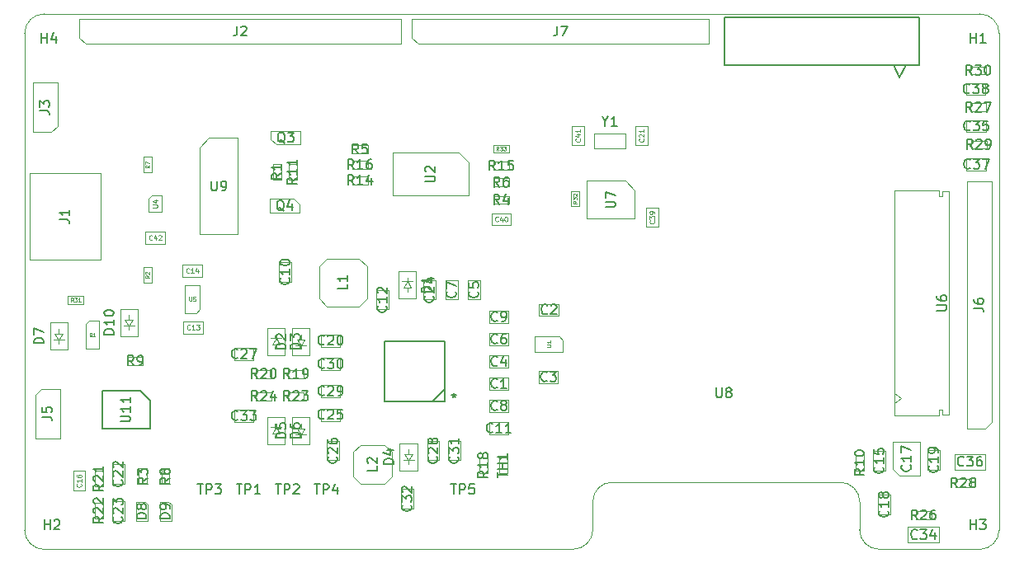
<source format=gbr>
%TF.GenerationSoftware,KiCad,Pcbnew,6.0.7+dfsg-1build1*%
%TF.CreationDate,2023-01-24T23:00:55+01:00*%
%TF.ProjectId,epaper-breakout,65706170-6572-42d6-9272-65616b6f7574,rev?*%
%TF.SameCoordinates,Original*%
%TF.FileFunction,AssemblyDrawing,Top*%
%FSLAX46Y46*%
G04 Gerber Fmt 4.6, Leading zero omitted, Abs format (unit mm)*
G04 Created by KiCad (PCBNEW 6.0.7+dfsg-1build1) date 2023-01-24 23:00:55*
%MOMM*%
%LPD*%
G01*
G04 APERTURE LIST*
%TA.AperFunction,Profile*%
%ADD10C,0.050000*%
%TD*%
%ADD11C,0.150000*%
%ADD12C,0.080000*%
%ADD13C,0.060000*%
%ADD14C,0.075000*%
%ADD15C,0.050000*%
%ADD16C,0.100000*%
%ADD17C,0.152400*%
G04 APERTURE END LIST*
D10*
X25000000Y-62500000D02*
X25000000Y-11500000D01*
X27000000Y-64500000D02*
X81300000Y-64485786D01*
X125000000Y-11500000D02*
X125000000Y-62500000D01*
X27000000Y-9500000D02*
X123000000Y-9500000D01*
X27000000Y-9500000D02*
G75*
G03*
X25000000Y-11500000I0J-2000000D01*
G01*
X85300000Y-57600000D02*
G75*
G03*
X83300000Y-59600000I0J-2000000D01*
G01*
X83300000Y-62485786D02*
X83300000Y-59600000D01*
X81300000Y-64485800D02*
G75*
G03*
X83300000Y-62485786I0J2000000D01*
G01*
X110666214Y-62485786D02*
G75*
G03*
X112666214Y-64485786I1999986J-14D01*
G01*
X88700000Y-57600000D02*
X85300000Y-57600000D01*
X125000000Y-11500000D02*
G75*
G03*
X123000000Y-9500000I-2000000J0D01*
G01*
X25000000Y-62500000D02*
G75*
G03*
X27000000Y-64500000I2000000J0D01*
G01*
X110666214Y-62485786D02*
X110685791Y-59614213D01*
X123000000Y-64500000D02*
G75*
G03*
X125000000Y-62500000I0J2000000D01*
G01*
X112666214Y-64485786D02*
X123000000Y-64500000D01*
X110685787Y-59614213D02*
G75*
G03*
X108685791Y-57614213I-1999987J13D01*
G01*
X108685791Y-57614213D02*
X88700000Y-57600000D01*
D11*
X95963095Y-47902380D02*
X95963095Y-48711904D01*
X96010714Y-48807142D01*
X96058333Y-48854761D01*
X96153571Y-48902380D01*
X96344047Y-48902380D01*
X96439285Y-48854761D01*
X96486904Y-48807142D01*
X96534523Y-48711904D01*
X96534523Y-47902380D01*
X97153571Y-48330952D02*
X97058333Y-48283333D01*
X97010714Y-48235714D01*
X96963095Y-48140476D01*
X96963095Y-48092857D01*
X97010714Y-47997619D01*
X97058333Y-47950000D01*
X97153571Y-47902380D01*
X97344047Y-47902380D01*
X97439285Y-47950000D01*
X97486904Y-47997619D01*
X97534523Y-48092857D01*
X97534523Y-48140476D01*
X97486904Y-48235714D01*
X97439285Y-48283333D01*
X97344047Y-48330952D01*
X97153571Y-48330952D01*
X97058333Y-48378571D01*
X97010714Y-48426190D01*
X96963095Y-48521428D01*
X96963095Y-48711904D01*
X97010714Y-48807142D01*
X97058333Y-48854761D01*
X97153571Y-48902380D01*
X97344047Y-48902380D01*
X97439285Y-48854761D01*
X97486904Y-48807142D01*
X97534523Y-48711904D01*
X97534523Y-48521428D01*
X97486904Y-48426190D01*
X97439285Y-48378571D01*
X97344047Y-48330952D01*
X118602380Y-39961904D02*
X119411904Y-39961904D01*
X119507142Y-39914285D01*
X119554761Y-39866666D01*
X119602380Y-39771428D01*
X119602380Y-39580952D01*
X119554761Y-39485714D01*
X119507142Y-39438095D01*
X119411904Y-39390476D01*
X118602380Y-39390476D01*
X118602380Y-38485714D02*
X118602380Y-38676190D01*
X118650000Y-38771428D01*
X118697619Y-38819047D01*
X118840476Y-38914285D01*
X119030952Y-38961904D01*
X119411904Y-38961904D01*
X119507142Y-38914285D01*
X119554761Y-38866666D01*
X119602380Y-38771428D01*
X119602380Y-38580952D01*
X119554761Y-38485714D01*
X119507142Y-38438095D01*
X119411904Y-38390476D01*
X119173809Y-38390476D01*
X119078571Y-38438095D01*
X119030952Y-38485714D01*
X118983333Y-38580952D01*
X118983333Y-38771428D01*
X119030952Y-38866666D01*
X119078571Y-38914285D01*
X119173809Y-38961904D01*
X73257142Y-25552380D02*
X72923809Y-25076190D01*
X72685714Y-25552380D02*
X72685714Y-24552380D01*
X73066666Y-24552380D01*
X73161904Y-24600000D01*
X73209523Y-24647619D01*
X73257142Y-24742857D01*
X73257142Y-24885714D01*
X73209523Y-24980952D01*
X73161904Y-25028571D01*
X73066666Y-25076190D01*
X72685714Y-25076190D01*
X74209523Y-25552380D02*
X73638095Y-25552380D01*
X73923809Y-25552380D02*
X73923809Y-24552380D01*
X73828571Y-24695238D01*
X73733333Y-24790476D01*
X73638095Y-24838095D01*
X75114285Y-24552380D02*
X74638095Y-24552380D01*
X74590476Y-25028571D01*
X74638095Y-24980952D01*
X74733333Y-24933333D01*
X74971428Y-24933333D01*
X75066666Y-24980952D01*
X75114285Y-25028571D01*
X75161904Y-25123809D01*
X75161904Y-25361904D01*
X75114285Y-25457142D01*
X75066666Y-25504761D01*
X74971428Y-25552380D01*
X74733333Y-25552380D01*
X74638095Y-25504761D01*
X74590476Y-25457142D01*
X122038095Y-12452380D02*
X122038095Y-11452380D01*
X122038095Y-11928571D02*
X122609523Y-11928571D01*
X122609523Y-12452380D02*
X122609523Y-11452380D01*
X123609523Y-12452380D02*
X123038095Y-12452380D01*
X123323809Y-12452380D02*
X123323809Y-11452380D01*
X123228571Y-11595238D01*
X123133333Y-11690476D01*
X123038095Y-11738095D01*
X51704761Y-22772619D02*
X51609523Y-22725000D01*
X51514285Y-22629761D01*
X51371428Y-22486904D01*
X51276190Y-22439285D01*
X51180952Y-22439285D01*
X51228571Y-22677380D02*
X51133333Y-22629761D01*
X51038095Y-22534523D01*
X50990476Y-22344047D01*
X50990476Y-22010714D01*
X51038095Y-21820238D01*
X51133333Y-21725000D01*
X51228571Y-21677380D01*
X51419047Y-21677380D01*
X51514285Y-21725000D01*
X51609523Y-21820238D01*
X51657142Y-22010714D01*
X51657142Y-22344047D01*
X51609523Y-22534523D01*
X51514285Y-22629761D01*
X51419047Y-22677380D01*
X51228571Y-22677380D01*
X51990476Y-21677380D02*
X52609523Y-21677380D01*
X52276190Y-22058333D01*
X52419047Y-22058333D01*
X52514285Y-22105952D01*
X52561904Y-22153571D01*
X52609523Y-22248809D01*
X52609523Y-22486904D01*
X52561904Y-22582142D01*
X52514285Y-22629761D01*
X52419047Y-22677380D01*
X52133333Y-22677380D01*
X52038095Y-22629761D01*
X51990476Y-22582142D01*
X51352380Y-25891666D02*
X50876190Y-26225000D01*
X51352380Y-26463095D02*
X50352380Y-26463095D01*
X50352380Y-26082142D01*
X50400000Y-25986904D01*
X50447619Y-25939285D01*
X50542857Y-25891666D01*
X50685714Y-25891666D01*
X50780952Y-25939285D01*
X50828571Y-25986904D01*
X50876190Y-26082142D01*
X50876190Y-26463095D01*
X51352380Y-24939285D02*
X51352380Y-25510714D01*
X51352380Y-25225000D02*
X50352380Y-25225000D01*
X50495238Y-25320238D01*
X50590476Y-25415476D01*
X50638095Y-25510714D01*
X52952380Y-26367857D02*
X52476190Y-26701190D01*
X52952380Y-26939285D02*
X51952380Y-26939285D01*
X51952380Y-26558333D01*
X52000000Y-26463095D01*
X52047619Y-26415476D01*
X52142857Y-26367857D01*
X52285714Y-26367857D01*
X52380952Y-26415476D01*
X52428571Y-26463095D01*
X52476190Y-26558333D01*
X52476190Y-26939285D01*
X52952380Y-25415476D02*
X52952380Y-25986904D01*
X52952380Y-25701190D02*
X51952380Y-25701190D01*
X52095238Y-25796428D01*
X52190476Y-25891666D01*
X52238095Y-25986904D01*
X52952380Y-24463095D02*
X52952380Y-25034523D01*
X52952380Y-24748809D02*
X51952380Y-24748809D01*
X52095238Y-24844047D01*
X52190476Y-24939285D01*
X52238095Y-25034523D01*
X51604761Y-29747619D02*
X51509523Y-29700000D01*
X51414285Y-29604761D01*
X51271428Y-29461904D01*
X51176190Y-29414285D01*
X51080952Y-29414285D01*
X51128571Y-29652380D02*
X51033333Y-29604761D01*
X50938095Y-29509523D01*
X50890476Y-29319047D01*
X50890476Y-28985714D01*
X50938095Y-28795238D01*
X51033333Y-28700000D01*
X51128571Y-28652380D01*
X51319047Y-28652380D01*
X51414285Y-28700000D01*
X51509523Y-28795238D01*
X51557142Y-28985714D01*
X51557142Y-29319047D01*
X51509523Y-29509523D01*
X51414285Y-29604761D01*
X51319047Y-29652380D01*
X51128571Y-29652380D01*
X52414285Y-28985714D02*
X52414285Y-29652380D01*
X52176190Y-28604761D02*
X51938095Y-29319047D01*
X52557142Y-29319047D01*
X78583333Y-47157142D02*
X78535714Y-47204761D01*
X78392857Y-47252380D01*
X78297619Y-47252380D01*
X78154761Y-47204761D01*
X78059523Y-47109523D01*
X78011904Y-47014285D01*
X77964285Y-46823809D01*
X77964285Y-46680952D01*
X78011904Y-46490476D01*
X78059523Y-46395238D01*
X78154761Y-46300000D01*
X78297619Y-46252380D01*
X78392857Y-46252380D01*
X78535714Y-46300000D01*
X78583333Y-46347619D01*
X78916666Y-46252380D02*
X79535714Y-46252380D01*
X79202380Y-46633333D01*
X79345238Y-46633333D01*
X79440476Y-46680952D01*
X79488095Y-46728571D01*
X79535714Y-46823809D01*
X79535714Y-47061904D01*
X79488095Y-47157142D01*
X79440476Y-47204761D01*
X79345238Y-47252380D01*
X79059523Y-47252380D01*
X78964285Y-47204761D01*
X78916666Y-47157142D01*
X34957142Y-57392857D02*
X35004761Y-57440476D01*
X35052380Y-57583333D01*
X35052380Y-57678571D01*
X35004761Y-57821428D01*
X34909523Y-57916666D01*
X34814285Y-57964285D01*
X34623809Y-58011904D01*
X34480952Y-58011904D01*
X34290476Y-57964285D01*
X34195238Y-57916666D01*
X34100000Y-57821428D01*
X34052380Y-57678571D01*
X34052380Y-57583333D01*
X34100000Y-57440476D01*
X34147619Y-57392857D01*
X34147619Y-57011904D02*
X34100000Y-56964285D01*
X34052380Y-56869047D01*
X34052380Y-56630952D01*
X34100000Y-56535714D01*
X34147619Y-56488095D01*
X34242857Y-56440476D01*
X34338095Y-56440476D01*
X34480952Y-56488095D01*
X35052380Y-57059523D01*
X35052380Y-56440476D01*
X34147619Y-56059523D02*
X34100000Y-56011904D01*
X34052380Y-55916666D01*
X34052380Y-55678571D01*
X34100000Y-55583333D01*
X34147619Y-55535714D01*
X34242857Y-55488095D01*
X34338095Y-55488095D01*
X34480952Y-55535714D01*
X35052380Y-56107142D01*
X35052380Y-55488095D01*
X39910380Y-61337595D02*
X38910380Y-61337595D01*
X38910380Y-61099500D01*
X38958000Y-60956642D01*
X39053238Y-60861404D01*
X39148476Y-60813785D01*
X39338952Y-60766166D01*
X39481809Y-60766166D01*
X39672285Y-60813785D01*
X39767523Y-60861404D01*
X39862761Y-60956642D01*
X39910380Y-61099500D01*
X39910380Y-61337595D01*
X39910380Y-60289976D02*
X39910380Y-60099500D01*
X39862761Y-60004261D01*
X39815142Y-59956642D01*
X39672285Y-59861404D01*
X39481809Y-59813785D01*
X39100857Y-59813785D01*
X39005619Y-59861404D01*
X38958000Y-59909023D01*
X38910380Y-60004261D01*
X38910380Y-60194738D01*
X38958000Y-60289976D01*
X39005619Y-60337595D01*
X39100857Y-60385214D01*
X39338952Y-60385214D01*
X39434190Y-60337595D01*
X39481809Y-60289976D01*
X39529428Y-60194738D01*
X39529428Y-60004261D01*
X39481809Y-59909023D01*
X39434190Y-59861404D01*
X39338952Y-59813785D01*
X37602380Y-57166666D02*
X37126190Y-57500000D01*
X37602380Y-57738095D02*
X36602380Y-57738095D01*
X36602380Y-57357142D01*
X36650000Y-57261904D01*
X36697619Y-57214285D01*
X36792857Y-57166666D01*
X36935714Y-57166666D01*
X37030952Y-57214285D01*
X37078571Y-57261904D01*
X37126190Y-57357142D01*
X37126190Y-57738095D01*
X36602380Y-56833333D02*
X36602380Y-56214285D01*
X36983333Y-56547619D01*
X36983333Y-56404761D01*
X37030952Y-56309523D01*
X37078571Y-56261904D01*
X37173809Y-56214285D01*
X37411904Y-56214285D01*
X37507142Y-56261904D01*
X37554761Y-56309523D01*
X37602380Y-56404761D01*
X37602380Y-56690476D01*
X37554761Y-56785714D01*
X37507142Y-56833333D01*
X39910380Y-57166666D02*
X39434190Y-57500000D01*
X39910380Y-57738095D02*
X38910380Y-57738095D01*
X38910380Y-57357142D01*
X38958000Y-57261904D01*
X39005619Y-57214285D01*
X39100857Y-57166666D01*
X39243714Y-57166666D01*
X39338952Y-57214285D01*
X39386571Y-57261904D01*
X39434190Y-57357142D01*
X39434190Y-57738095D01*
X39338952Y-56595238D02*
X39291333Y-56690476D01*
X39243714Y-56738095D01*
X39148476Y-56785714D01*
X39100857Y-56785714D01*
X39005619Y-56738095D01*
X38958000Y-56690476D01*
X38910380Y-56595238D01*
X38910380Y-56404761D01*
X38958000Y-56309523D01*
X39005619Y-56261904D01*
X39100857Y-56214285D01*
X39148476Y-56214285D01*
X39243714Y-56261904D01*
X39291333Y-56309523D01*
X39338952Y-56404761D01*
X39338952Y-56595238D01*
X39386571Y-56690476D01*
X39434190Y-56738095D01*
X39529428Y-56785714D01*
X39719904Y-56785714D01*
X39815142Y-56738095D01*
X39862761Y-56690476D01*
X39910380Y-56595238D01*
X39910380Y-56404761D01*
X39862761Y-56309523D01*
X39815142Y-56261904D01*
X39719904Y-56214285D01*
X39529428Y-56214285D01*
X39434190Y-56261904D01*
X39386571Y-56309523D01*
X39338952Y-56404761D01*
X37497380Y-61337595D02*
X36497380Y-61337595D01*
X36497380Y-61099500D01*
X36545000Y-60956642D01*
X36640238Y-60861404D01*
X36735476Y-60813785D01*
X36925952Y-60766166D01*
X37068809Y-60766166D01*
X37259285Y-60813785D01*
X37354523Y-60861404D01*
X37449761Y-60956642D01*
X37497380Y-61099500D01*
X37497380Y-61337595D01*
X36925952Y-60194738D02*
X36878333Y-60289976D01*
X36830714Y-60337595D01*
X36735476Y-60385214D01*
X36687857Y-60385214D01*
X36592619Y-60337595D01*
X36545000Y-60289976D01*
X36497380Y-60194738D01*
X36497380Y-60004261D01*
X36545000Y-59909023D01*
X36592619Y-59861404D01*
X36687857Y-59813785D01*
X36735476Y-59813785D01*
X36830714Y-59861404D01*
X36878333Y-59909023D01*
X36925952Y-60004261D01*
X36925952Y-60194738D01*
X36973571Y-60289976D01*
X37021190Y-60337595D01*
X37116428Y-60385214D01*
X37306904Y-60385214D01*
X37402142Y-60337595D01*
X37449761Y-60289976D01*
X37497380Y-60194738D01*
X37497380Y-60004261D01*
X37449761Y-59909023D01*
X37402142Y-59861404D01*
X37306904Y-59813785D01*
X37116428Y-59813785D01*
X37021190Y-59861404D01*
X36973571Y-59909023D01*
X36925952Y-60004261D01*
X113557142Y-60542857D02*
X113604761Y-60590476D01*
X113652380Y-60733333D01*
X113652380Y-60828571D01*
X113604761Y-60971428D01*
X113509523Y-61066666D01*
X113414285Y-61114285D01*
X113223809Y-61161904D01*
X113080952Y-61161904D01*
X112890476Y-61114285D01*
X112795238Y-61066666D01*
X112700000Y-60971428D01*
X112652380Y-60828571D01*
X112652380Y-60733333D01*
X112700000Y-60590476D01*
X112747619Y-60542857D01*
X113652380Y-59590476D02*
X113652380Y-60161904D01*
X113652380Y-59876190D02*
X112652380Y-59876190D01*
X112795238Y-59971428D01*
X112890476Y-60066666D01*
X112938095Y-60161904D01*
X113080952Y-59019047D02*
X113033333Y-59114285D01*
X112985714Y-59161904D01*
X112890476Y-59209523D01*
X112842857Y-59209523D01*
X112747619Y-59161904D01*
X112700000Y-59114285D01*
X112652380Y-59019047D01*
X112652380Y-58828571D01*
X112700000Y-58733333D01*
X112747619Y-58685714D01*
X112842857Y-58638095D01*
X112890476Y-58638095D01*
X112985714Y-58685714D01*
X113033333Y-58733333D01*
X113080952Y-58828571D01*
X113080952Y-59019047D01*
X113128571Y-59114285D01*
X113176190Y-59161904D01*
X113271428Y-59209523D01*
X113461904Y-59209523D01*
X113557142Y-59161904D01*
X113604761Y-59114285D01*
X113652380Y-59019047D01*
X113652380Y-58828571D01*
X113604761Y-58733333D01*
X113557142Y-58685714D01*
X113461904Y-58638095D01*
X113271428Y-58638095D01*
X113176190Y-58685714D01*
X113128571Y-58733333D01*
X113080952Y-58828571D01*
X34957142Y-61192857D02*
X35004761Y-61240476D01*
X35052380Y-61383333D01*
X35052380Y-61478571D01*
X35004761Y-61621428D01*
X34909523Y-61716666D01*
X34814285Y-61764285D01*
X34623809Y-61811904D01*
X34480952Y-61811904D01*
X34290476Y-61764285D01*
X34195238Y-61716666D01*
X34100000Y-61621428D01*
X34052380Y-61478571D01*
X34052380Y-61383333D01*
X34100000Y-61240476D01*
X34147619Y-61192857D01*
X34147619Y-60811904D02*
X34100000Y-60764285D01*
X34052380Y-60669047D01*
X34052380Y-60430952D01*
X34100000Y-60335714D01*
X34147619Y-60288095D01*
X34242857Y-60240476D01*
X34338095Y-60240476D01*
X34480952Y-60288095D01*
X35052380Y-60859523D01*
X35052380Y-60240476D01*
X34052380Y-59907142D02*
X34052380Y-59288095D01*
X34433333Y-59621428D01*
X34433333Y-59478571D01*
X34480952Y-59383333D01*
X34528571Y-59335714D01*
X34623809Y-59288095D01*
X34861904Y-59288095D01*
X34957142Y-59335714D01*
X35004761Y-59383333D01*
X35052380Y-59478571D01*
X35052380Y-59764285D01*
X35004761Y-59859523D01*
X34957142Y-59907142D01*
X73017142Y-52427142D02*
X72969523Y-52474761D01*
X72826666Y-52522380D01*
X72731428Y-52522380D01*
X72588571Y-52474761D01*
X72493333Y-52379523D01*
X72445714Y-52284285D01*
X72398095Y-52093809D01*
X72398095Y-51950952D01*
X72445714Y-51760476D01*
X72493333Y-51665238D01*
X72588571Y-51570000D01*
X72731428Y-51522380D01*
X72826666Y-51522380D01*
X72969523Y-51570000D01*
X73017142Y-51617619D01*
X73969523Y-52522380D02*
X73398095Y-52522380D01*
X73683809Y-52522380D02*
X73683809Y-51522380D01*
X73588571Y-51665238D01*
X73493333Y-51760476D01*
X73398095Y-51808095D01*
X74921904Y-52522380D02*
X74350476Y-52522380D01*
X74636190Y-52522380D02*
X74636190Y-51522380D01*
X74540952Y-51665238D01*
X74445714Y-51760476D01*
X74350476Y-51808095D01*
X118657142Y-55942857D02*
X118704761Y-55990476D01*
X118752380Y-56133333D01*
X118752380Y-56228571D01*
X118704761Y-56371428D01*
X118609523Y-56466666D01*
X118514285Y-56514285D01*
X118323809Y-56561904D01*
X118180952Y-56561904D01*
X117990476Y-56514285D01*
X117895238Y-56466666D01*
X117800000Y-56371428D01*
X117752380Y-56228571D01*
X117752380Y-56133333D01*
X117800000Y-55990476D01*
X117847619Y-55942857D01*
X118752380Y-54990476D02*
X118752380Y-55561904D01*
X118752380Y-55276190D02*
X117752380Y-55276190D01*
X117895238Y-55371428D01*
X117990476Y-55466666D01*
X118038095Y-55561904D01*
X118752380Y-54514285D02*
X118752380Y-54323809D01*
X118704761Y-54228571D01*
X118657142Y-54180952D01*
X118514285Y-54085714D01*
X118323809Y-54038095D01*
X117942857Y-54038095D01*
X117847619Y-54085714D01*
X117800000Y-54133333D01*
X117752380Y-54228571D01*
X117752380Y-54419047D01*
X117800000Y-54514285D01*
X117847619Y-54561904D01*
X117942857Y-54609523D01*
X118180952Y-54609523D01*
X118276190Y-54561904D01*
X118323809Y-54514285D01*
X118371428Y-54419047D01*
X118371428Y-54228571D01*
X118323809Y-54133333D01*
X118276190Y-54085714D01*
X118180952Y-54038095D01*
X116582142Y-63357142D02*
X116534523Y-63404761D01*
X116391666Y-63452380D01*
X116296428Y-63452380D01*
X116153571Y-63404761D01*
X116058333Y-63309523D01*
X116010714Y-63214285D01*
X115963095Y-63023809D01*
X115963095Y-62880952D01*
X116010714Y-62690476D01*
X116058333Y-62595238D01*
X116153571Y-62500000D01*
X116296428Y-62452380D01*
X116391666Y-62452380D01*
X116534523Y-62500000D01*
X116582142Y-62547619D01*
X116915476Y-62452380D02*
X117534523Y-62452380D01*
X117201190Y-62833333D01*
X117344047Y-62833333D01*
X117439285Y-62880952D01*
X117486904Y-62928571D01*
X117534523Y-63023809D01*
X117534523Y-63261904D01*
X117486904Y-63357142D01*
X117439285Y-63404761D01*
X117344047Y-63452380D01*
X117058333Y-63452380D01*
X116963095Y-63404761D01*
X116915476Y-63357142D01*
X118391666Y-62785714D02*
X118391666Y-63452380D01*
X118153571Y-62404761D02*
X117915476Y-63119047D01*
X118534523Y-63119047D01*
X122004142Y-21387142D02*
X121956523Y-21434761D01*
X121813666Y-21482380D01*
X121718428Y-21482380D01*
X121575571Y-21434761D01*
X121480333Y-21339523D01*
X121432714Y-21244285D01*
X121385095Y-21053809D01*
X121385095Y-20910952D01*
X121432714Y-20720476D01*
X121480333Y-20625238D01*
X121575571Y-20530000D01*
X121718428Y-20482380D01*
X121813666Y-20482380D01*
X121956523Y-20530000D01*
X122004142Y-20577619D01*
X122337476Y-20482380D02*
X122956523Y-20482380D01*
X122623190Y-20863333D01*
X122766047Y-20863333D01*
X122861285Y-20910952D01*
X122908904Y-20958571D01*
X122956523Y-21053809D01*
X122956523Y-21291904D01*
X122908904Y-21387142D01*
X122861285Y-21434761D01*
X122766047Y-21482380D01*
X122480333Y-21482380D01*
X122385095Y-21434761D01*
X122337476Y-21387142D01*
X123861285Y-20482380D02*
X123385095Y-20482380D01*
X123337476Y-20958571D01*
X123385095Y-20910952D01*
X123480333Y-20863333D01*
X123718428Y-20863333D01*
X123813666Y-20910952D01*
X123861285Y-20958571D01*
X123908904Y-21053809D01*
X123908904Y-21291904D01*
X123861285Y-21387142D01*
X123813666Y-21434761D01*
X123718428Y-21482380D01*
X123480333Y-21482380D01*
X123385095Y-21434761D01*
X123337476Y-21387142D01*
X121357142Y-55857142D02*
X121309523Y-55904761D01*
X121166666Y-55952380D01*
X121071428Y-55952380D01*
X120928571Y-55904761D01*
X120833333Y-55809523D01*
X120785714Y-55714285D01*
X120738095Y-55523809D01*
X120738095Y-55380952D01*
X120785714Y-55190476D01*
X120833333Y-55095238D01*
X120928571Y-55000000D01*
X121071428Y-54952380D01*
X121166666Y-54952380D01*
X121309523Y-55000000D01*
X121357142Y-55047619D01*
X121690476Y-54952380D02*
X122309523Y-54952380D01*
X121976190Y-55333333D01*
X122119047Y-55333333D01*
X122214285Y-55380952D01*
X122261904Y-55428571D01*
X122309523Y-55523809D01*
X122309523Y-55761904D01*
X122261904Y-55857142D01*
X122214285Y-55904761D01*
X122119047Y-55952380D01*
X121833333Y-55952380D01*
X121738095Y-55904761D01*
X121690476Y-55857142D01*
X123166666Y-54952380D02*
X122976190Y-54952380D01*
X122880952Y-55000000D01*
X122833333Y-55047619D01*
X122738095Y-55190476D01*
X122690476Y-55380952D01*
X122690476Y-55761904D01*
X122738095Y-55857142D01*
X122785714Y-55904761D01*
X122880952Y-55952380D01*
X123071428Y-55952380D01*
X123166666Y-55904761D01*
X123214285Y-55857142D01*
X123261904Y-55761904D01*
X123261904Y-55523809D01*
X123214285Y-55428571D01*
X123166666Y-55380952D01*
X123071428Y-55333333D01*
X122880952Y-55333333D01*
X122785714Y-55380952D01*
X122738095Y-55428571D01*
X122690476Y-55523809D01*
X122007142Y-25314142D02*
X121959523Y-25361761D01*
X121816666Y-25409380D01*
X121721428Y-25409380D01*
X121578571Y-25361761D01*
X121483333Y-25266523D01*
X121435714Y-25171285D01*
X121388095Y-24980809D01*
X121388095Y-24837952D01*
X121435714Y-24647476D01*
X121483333Y-24552238D01*
X121578571Y-24457000D01*
X121721428Y-24409380D01*
X121816666Y-24409380D01*
X121959523Y-24457000D01*
X122007142Y-24504619D01*
X122340476Y-24409380D02*
X122959523Y-24409380D01*
X122626190Y-24790333D01*
X122769047Y-24790333D01*
X122864285Y-24837952D01*
X122911904Y-24885571D01*
X122959523Y-24980809D01*
X122959523Y-25218904D01*
X122911904Y-25314142D01*
X122864285Y-25361761D01*
X122769047Y-25409380D01*
X122483333Y-25409380D01*
X122388095Y-25361761D01*
X122340476Y-25314142D01*
X123292857Y-24409380D02*
X123959523Y-24409380D01*
X123530952Y-25409380D01*
X59233333Y-23852380D02*
X58900000Y-23376190D01*
X58661904Y-23852380D02*
X58661904Y-22852380D01*
X59042857Y-22852380D01*
X59138095Y-22900000D01*
X59185714Y-22947619D01*
X59233333Y-23042857D01*
X59233333Y-23185714D01*
X59185714Y-23280952D01*
X59138095Y-23328571D01*
X59042857Y-23376190D01*
X58661904Y-23376190D01*
X60138095Y-22852380D02*
X59661904Y-22852380D01*
X59614285Y-23328571D01*
X59661904Y-23280952D01*
X59757142Y-23233333D01*
X59995238Y-23233333D01*
X60090476Y-23280952D01*
X60138095Y-23328571D01*
X60185714Y-23423809D01*
X60185714Y-23661904D01*
X60138095Y-23757142D01*
X60090476Y-23804761D01*
X59995238Y-23852380D01*
X59757142Y-23852380D01*
X59661904Y-23804761D01*
X59614285Y-23757142D01*
X72533580Y-56489457D02*
X72057390Y-56822790D01*
X72533580Y-57060885D02*
X71533580Y-57060885D01*
X71533580Y-56679933D01*
X71581200Y-56584695D01*
X71628819Y-56537076D01*
X71724057Y-56489457D01*
X71866914Y-56489457D01*
X71962152Y-56537076D01*
X72009771Y-56584695D01*
X72057390Y-56679933D01*
X72057390Y-57060885D01*
X72533580Y-55537076D02*
X72533580Y-56108504D01*
X72533580Y-55822790D02*
X71533580Y-55822790D01*
X71676438Y-55918028D01*
X71771676Y-56013266D01*
X71819295Y-56108504D01*
X71962152Y-54965647D02*
X71914533Y-55060885D01*
X71866914Y-55108504D01*
X71771676Y-55156123D01*
X71724057Y-55156123D01*
X71628819Y-55108504D01*
X71581200Y-55060885D01*
X71533580Y-54965647D01*
X71533580Y-54775171D01*
X71581200Y-54679933D01*
X71628819Y-54632314D01*
X71724057Y-54584695D01*
X71771676Y-54584695D01*
X71866914Y-54632314D01*
X71914533Y-54679933D01*
X71962152Y-54775171D01*
X71962152Y-54965647D01*
X72009771Y-55060885D01*
X72057390Y-55108504D01*
X72152628Y-55156123D01*
X72343104Y-55156123D01*
X72438342Y-55108504D01*
X72485961Y-55060885D01*
X72533580Y-54965647D01*
X72533580Y-54775171D01*
X72485961Y-54679933D01*
X72438342Y-54632314D01*
X72343104Y-54584695D01*
X72152628Y-54584695D01*
X72057390Y-54632314D01*
X72009771Y-54679933D01*
X71962152Y-54775171D01*
X116582142Y-61452380D02*
X116248809Y-60976190D01*
X116010714Y-61452380D02*
X116010714Y-60452380D01*
X116391666Y-60452380D01*
X116486904Y-60500000D01*
X116534523Y-60547619D01*
X116582142Y-60642857D01*
X116582142Y-60785714D01*
X116534523Y-60880952D01*
X116486904Y-60928571D01*
X116391666Y-60976190D01*
X116010714Y-60976190D01*
X116963095Y-60547619D02*
X117010714Y-60500000D01*
X117105952Y-60452380D01*
X117344047Y-60452380D01*
X117439285Y-60500000D01*
X117486904Y-60547619D01*
X117534523Y-60642857D01*
X117534523Y-60738095D01*
X117486904Y-60880952D01*
X116915476Y-61452380D01*
X117534523Y-61452380D01*
X118391666Y-60452380D02*
X118201190Y-60452380D01*
X118105952Y-60500000D01*
X118058333Y-60547619D01*
X117963095Y-60690476D01*
X117915476Y-60880952D01*
X117915476Y-61261904D01*
X117963095Y-61357142D01*
X118010714Y-61404761D01*
X118105952Y-61452380D01*
X118296428Y-61452380D01*
X118391666Y-61404761D01*
X118439285Y-61357142D01*
X118486904Y-61261904D01*
X118486904Y-61023809D01*
X118439285Y-60928571D01*
X118391666Y-60880952D01*
X118296428Y-60833333D01*
X118105952Y-60833333D01*
X118010714Y-60880952D01*
X117963095Y-60928571D01*
X117915476Y-61023809D01*
X122182142Y-19552380D02*
X121848809Y-19076190D01*
X121610714Y-19552380D02*
X121610714Y-18552380D01*
X121991666Y-18552380D01*
X122086904Y-18600000D01*
X122134523Y-18647619D01*
X122182142Y-18742857D01*
X122182142Y-18885714D01*
X122134523Y-18980952D01*
X122086904Y-19028571D01*
X121991666Y-19076190D01*
X121610714Y-19076190D01*
X122563095Y-18647619D02*
X122610714Y-18600000D01*
X122705952Y-18552380D01*
X122944047Y-18552380D01*
X123039285Y-18600000D01*
X123086904Y-18647619D01*
X123134523Y-18742857D01*
X123134523Y-18838095D01*
X123086904Y-18980952D01*
X122515476Y-19552380D01*
X123134523Y-19552380D01*
X123467857Y-18552380D02*
X124134523Y-18552380D01*
X123705952Y-19552380D01*
X120657142Y-58152380D02*
X120323809Y-57676190D01*
X120085714Y-58152380D02*
X120085714Y-57152380D01*
X120466666Y-57152380D01*
X120561904Y-57200000D01*
X120609523Y-57247619D01*
X120657142Y-57342857D01*
X120657142Y-57485714D01*
X120609523Y-57580952D01*
X120561904Y-57628571D01*
X120466666Y-57676190D01*
X120085714Y-57676190D01*
X121038095Y-57247619D02*
X121085714Y-57200000D01*
X121180952Y-57152380D01*
X121419047Y-57152380D01*
X121514285Y-57200000D01*
X121561904Y-57247619D01*
X121609523Y-57342857D01*
X121609523Y-57438095D01*
X121561904Y-57580952D01*
X120990476Y-58152380D01*
X121609523Y-58152380D01*
X122180952Y-57580952D02*
X122085714Y-57533333D01*
X122038095Y-57485714D01*
X121990476Y-57390476D01*
X121990476Y-57342857D01*
X122038095Y-57247619D01*
X122085714Y-57200000D01*
X122180952Y-57152380D01*
X122371428Y-57152380D01*
X122466666Y-57200000D01*
X122514285Y-57247619D01*
X122561904Y-57342857D01*
X122561904Y-57390476D01*
X122514285Y-57485714D01*
X122466666Y-57533333D01*
X122371428Y-57580952D01*
X122180952Y-57580952D01*
X122085714Y-57628571D01*
X122038095Y-57676190D01*
X121990476Y-57771428D01*
X121990476Y-57961904D01*
X122038095Y-58057142D01*
X122085714Y-58104761D01*
X122180952Y-58152380D01*
X122371428Y-58152380D01*
X122466666Y-58104761D01*
X122514285Y-58057142D01*
X122561904Y-57961904D01*
X122561904Y-57771428D01*
X122514285Y-57676190D01*
X122466666Y-57628571D01*
X122371428Y-57580952D01*
X122257142Y-23377380D02*
X121923809Y-22901190D01*
X121685714Y-23377380D02*
X121685714Y-22377380D01*
X122066666Y-22377380D01*
X122161904Y-22425000D01*
X122209523Y-22472619D01*
X122257142Y-22567857D01*
X122257142Y-22710714D01*
X122209523Y-22805952D01*
X122161904Y-22853571D01*
X122066666Y-22901190D01*
X121685714Y-22901190D01*
X122638095Y-22472619D02*
X122685714Y-22425000D01*
X122780952Y-22377380D01*
X123019047Y-22377380D01*
X123114285Y-22425000D01*
X123161904Y-22472619D01*
X123209523Y-22567857D01*
X123209523Y-22663095D01*
X123161904Y-22805952D01*
X122590476Y-23377380D01*
X123209523Y-23377380D01*
X123685714Y-23377380D02*
X123876190Y-23377380D01*
X123971428Y-23329761D01*
X124019047Y-23282142D01*
X124114285Y-23139285D01*
X124161904Y-22948809D01*
X124161904Y-22567857D01*
X124114285Y-22472619D01*
X124066666Y-22425000D01*
X123971428Y-22377380D01*
X123780952Y-22377380D01*
X123685714Y-22425000D01*
X123638095Y-22472619D01*
X123590476Y-22567857D01*
X123590476Y-22805952D01*
X123638095Y-22901190D01*
X123685714Y-22948809D01*
X123780952Y-22996428D01*
X123971428Y-22996428D01*
X124066666Y-22948809D01*
X124114285Y-22901190D01*
X124161904Y-22805952D01*
X73565580Y-57132314D02*
X73565580Y-56560885D01*
X74565580Y-56846600D02*
X73565580Y-56846600D01*
X74565580Y-56227552D02*
X73565580Y-56227552D01*
X74041771Y-56227552D02*
X74041771Y-55656123D01*
X74565580Y-55656123D02*
X73565580Y-55656123D01*
X74565580Y-54656123D02*
X74565580Y-55227552D01*
X74565580Y-54941838D02*
X73565580Y-54941838D01*
X73708438Y-55037076D01*
X73803676Y-55132314D01*
X73851295Y-55227552D01*
X66102380Y-26724404D02*
X66911904Y-26724404D01*
X67007142Y-26676785D01*
X67054761Y-26629166D01*
X67102380Y-26533928D01*
X67102380Y-26343452D01*
X67054761Y-26248214D01*
X67007142Y-26200595D01*
X66911904Y-26152976D01*
X66102380Y-26152976D01*
X66197619Y-25724404D02*
X66150000Y-25676785D01*
X66102380Y-25581547D01*
X66102380Y-25343452D01*
X66150000Y-25248214D01*
X66197619Y-25200595D01*
X66292857Y-25152976D01*
X66388095Y-25152976D01*
X66530952Y-25200595D01*
X67102380Y-25772023D01*
X67102380Y-25152976D01*
X71477142Y-38012666D02*
X71524761Y-38060285D01*
X71572380Y-38203142D01*
X71572380Y-38298380D01*
X71524761Y-38441238D01*
X71429523Y-38536476D01*
X71334285Y-38584095D01*
X71143809Y-38631714D01*
X71000952Y-38631714D01*
X70810476Y-38584095D01*
X70715238Y-38536476D01*
X70620000Y-38441238D01*
X70572380Y-38298380D01*
X70572380Y-38203142D01*
X70620000Y-38060285D01*
X70667619Y-38012666D01*
X70572380Y-37107904D02*
X70572380Y-37584095D01*
X71048571Y-37631714D01*
X71000952Y-37584095D01*
X70953333Y-37488857D01*
X70953333Y-37250761D01*
X71000952Y-37155523D01*
X71048571Y-37107904D01*
X71143809Y-37060285D01*
X71381904Y-37060285D01*
X71477142Y-37107904D01*
X71524761Y-37155523D01*
X71572380Y-37250761D01*
X71572380Y-37488857D01*
X71524761Y-37584095D01*
X71477142Y-37631714D01*
X115857142Y-55842857D02*
X115904761Y-55890476D01*
X115952380Y-56033333D01*
X115952380Y-56128571D01*
X115904761Y-56271428D01*
X115809523Y-56366666D01*
X115714285Y-56414285D01*
X115523809Y-56461904D01*
X115380952Y-56461904D01*
X115190476Y-56414285D01*
X115095238Y-56366666D01*
X115000000Y-56271428D01*
X114952380Y-56128571D01*
X114952380Y-56033333D01*
X115000000Y-55890476D01*
X115047619Y-55842857D01*
X115952380Y-54890476D02*
X115952380Y-55461904D01*
X115952380Y-55176190D02*
X114952380Y-55176190D01*
X115095238Y-55271428D01*
X115190476Y-55366666D01*
X115238095Y-55461904D01*
X114952380Y-54557142D02*
X114952380Y-53890476D01*
X115952380Y-54319047D01*
X73493333Y-40997142D02*
X73445714Y-41044761D01*
X73302857Y-41092380D01*
X73207619Y-41092380D01*
X73064761Y-41044761D01*
X72969523Y-40949523D01*
X72921904Y-40854285D01*
X72874285Y-40663809D01*
X72874285Y-40520952D01*
X72921904Y-40330476D01*
X72969523Y-40235238D01*
X73064761Y-40140000D01*
X73207619Y-40092380D01*
X73302857Y-40092380D01*
X73445714Y-40140000D01*
X73493333Y-40187619D01*
X73969523Y-41092380D02*
X74160000Y-41092380D01*
X74255238Y-41044761D01*
X74302857Y-40997142D01*
X74398095Y-40854285D01*
X74445714Y-40663809D01*
X74445714Y-40282857D01*
X74398095Y-40187619D01*
X74350476Y-40140000D01*
X74255238Y-40092380D01*
X74064761Y-40092380D01*
X73969523Y-40140000D01*
X73921904Y-40187619D01*
X73874285Y-40282857D01*
X73874285Y-40520952D01*
X73921904Y-40616190D01*
X73969523Y-40663809D01*
X74064761Y-40711428D01*
X74255238Y-40711428D01*
X74350476Y-40663809D01*
X74398095Y-40616190D01*
X74445714Y-40520952D01*
X52189142Y-46934380D02*
X51855809Y-46458190D01*
X51617714Y-46934380D02*
X51617714Y-45934380D01*
X51998666Y-45934380D01*
X52093904Y-45982000D01*
X52141523Y-46029619D01*
X52189142Y-46124857D01*
X52189142Y-46267714D01*
X52141523Y-46362952D01*
X52093904Y-46410571D01*
X51998666Y-46458190D01*
X51617714Y-46458190D01*
X53141523Y-46934380D02*
X52570095Y-46934380D01*
X52855809Y-46934380D02*
X52855809Y-45934380D01*
X52760571Y-46077238D01*
X52665333Y-46172476D01*
X52570095Y-46220095D01*
X53617714Y-46934380D02*
X53808190Y-46934380D01*
X53903428Y-46886761D01*
X53951047Y-46839142D01*
X54046285Y-46696285D01*
X54093904Y-46505809D01*
X54093904Y-46124857D01*
X54046285Y-46029619D01*
X53998666Y-45982000D01*
X53903428Y-45934380D01*
X53712952Y-45934380D01*
X53617714Y-45982000D01*
X53570095Y-46029619D01*
X53522476Y-46124857D01*
X53522476Y-46362952D01*
X53570095Y-46458190D01*
X53617714Y-46505809D01*
X53712952Y-46553428D01*
X53903428Y-46553428D01*
X53998666Y-46505809D01*
X54046285Y-46458190D01*
X54093904Y-46362952D01*
X61158380Y-55919666D02*
X61158380Y-56395857D01*
X60158380Y-56395857D01*
X60253619Y-55633952D02*
X60206000Y-55586333D01*
X60158380Y-55491095D01*
X60158380Y-55253000D01*
X60206000Y-55157761D01*
X60253619Y-55110142D01*
X60348857Y-55062523D01*
X60444095Y-55062523D01*
X60586952Y-55110142D01*
X61158380Y-55681571D01*
X61158380Y-55062523D01*
X58110380Y-37250666D02*
X58110380Y-37726857D01*
X57110380Y-37726857D01*
X58110380Y-36393523D02*
X58110380Y-36964952D01*
X58110380Y-36679238D02*
X57110380Y-36679238D01*
X57253238Y-36774476D01*
X57348476Y-36869714D01*
X57396095Y-36964952D01*
X48887142Y-49220380D02*
X48553809Y-48744190D01*
X48315714Y-49220380D02*
X48315714Y-48220380D01*
X48696666Y-48220380D01*
X48791904Y-48268000D01*
X48839523Y-48315619D01*
X48887142Y-48410857D01*
X48887142Y-48553714D01*
X48839523Y-48648952D01*
X48791904Y-48696571D01*
X48696666Y-48744190D01*
X48315714Y-48744190D01*
X49268095Y-48315619D02*
X49315714Y-48268000D01*
X49410952Y-48220380D01*
X49649047Y-48220380D01*
X49744285Y-48268000D01*
X49791904Y-48315619D01*
X49839523Y-48410857D01*
X49839523Y-48506095D01*
X49791904Y-48648952D01*
X49220476Y-49220380D01*
X49839523Y-49220380D01*
X50696666Y-48553714D02*
X50696666Y-49220380D01*
X50458571Y-48172761D02*
X50220476Y-48887047D01*
X50839523Y-48887047D01*
X52189142Y-49220380D02*
X51855809Y-48744190D01*
X51617714Y-49220380D02*
X51617714Y-48220380D01*
X51998666Y-48220380D01*
X52093904Y-48268000D01*
X52141523Y-48315619D01*
X52189142Y-48410857D01*
X52189142Y-48553714D01*
X52141523Y-48648952D01*
X52093904Y-48696571D01*
X51998666Y-48744190D01*
X51617714Y-48744190D01*
X52570095Y-48315619D02*
X52617714Y-48268000D01*
X52712952Y-48220380D01*
X52951047Y-48220380D01*
X53046285Y-48268000D01*
X53093904Y-48315619D01*
X53141523Y-48410857D01*
X53141523Y-48506095D01*
X53093904Y-48648952D01*
X52522476Y-49220380D01*
X53141523Y-49220380D01*
X53474857Y-48220380D02*
X54093904Y-48220380D01*
X53760571Y-48601333D01*
X53903428Y-48601333D01*
X53998666Y-48648952D01*
X54046285Y-48696571D01*
X54093904Y-48791809D01*
X54093904Y-49029904D01*
X54046285Y-49125142D01*
X53998666Y-49172761D01*
X53903428Y-49220380D01*
X53617714Y-49220380D01*
X53522476Y-49172761D01*
X53474857Y-49125142D01*
X48887142Y-46934380D02*
X48553809Y-46458190D01*
X48315714Y-46934380D02*
X48315714Y-45934380D01*
X48696666Y-45934380D01*
X48791904Y-45982000D01*
X48839523Y-46029619D01*
X48887142Y-46124857D01*
X48887142Y-46267714D01*
X48839523Y-46362952D01*
X48791904Y-46410571D01*
X48696666Y-46458190D01*
X48315714Y-46458190D01*
X49268095Y-46029619D02*
X49315714Y-45982000D01*
X49410952Y-45934380D01*
X49649047Y-45934380D01*
X49744285Y-45982000D01*
X49791904Y-46029619D01*
X49839523Y-46124857D01*
X49839523Y-46220095D01*
X49791904Y-46362952D01*
X49220476Y-46934380D01*
X49839523Y-46934380D01*
X50458571Y-45934380D02*
X50553809Y-45934380D01*
X50649047Y-45982000D01*
X50696666Y-46029619D01*
X50744285Y-46124857D01*
X50791904Y-46315333D01*
X50791904Y-46553428D01*
X50744285Y-46743904D01*
X50696666Y-46839142D01*
X50649047Y-46886761D01*
X50553809Y-46934380D01*
X50458571Y-46934380D01*
X50363333Y-46886761D01*
X50315714Y-46839142D01*
X50268095Y-46743904D01*
X50220476Y-46553428D01*
X50220476Y-46315333D01*
X50268095Y-46124857D01*
X50315714Y-46029619D01*
X50363333Y-45982000D01*
X50458571Y-45934380D01*
X64619142Y-59951857D02*
X64666761Y-59999476D01*
X64714380Y-60142333D01*
X64714380Y-60237571D01*
X64666761Y-60380428D01*
X64571523Y-60475666D01*
X64476285Y-60523285D01*
X64285809Y-60570904D01*
X64142952Y-60570904D01*
X63952476Y-60523285D01*
X63857238Y-60475666D01*
X63762000Y-60380428D01*
X63714380Y-60237571D01*
X63714380Y-60142333D01*
X63762000Y-59999476D01*
X63809619Y-59951857D01*
X63714380Y-59618523D02*
X63714380Y-58999476D01*
X64095333Y-59332809D01*
X64095333Y-59189952D01*
X64142952Y-59094714D01*
X64190571Y-59047095D01*
X64285809Y-58999476D01*
X64523904Y-58999476D01*
X64619142Y-59047095D01*
X64666761Y-59094714D01*
X64714380Y-59189952D01*
X64714380Y-59475666D01*
X64666761Y-59570904D01*
X64619142Y-59618523D01*
X63809619Y-58618523D02*
X63762000Y-58570904D01*
X63714380Y-58475666D01*
X63714380Y-58237571D01*
X63762000Y-58142333D01*
X63809619Y-58094714D01*
X63904857Y-58047095D01*
X64000095Y-58047095D01*
X64142952Y-58094714D01*
X64714380Y-58666142D01*
X64714380Y-58047095D01*
X69445142Y-54998857D02*
X69492761Y-55046476D01*
X69540380Y-55189333D01*
X69540380Y-55284571D01*
X69492761Y-55427428D01*
X69397523Y-55522666D01*
X69302285Y-55570285D01*
X69111809Y-55617904D01*
X68968952Y-55617904D01*
X68778476Y-55570285D01*
X68683238Y-55522666D01*
X68588000Y-55427428D01*
X68540380Y-55284571D01*
X68540380Y-55189333D01*
X68588000Y-55046476D01*
X68635619Y-54998857D01*
X68540380Y-54665523D02*
X68540380Y-54046476D01*
X68921333Y-54379809D01*
X68921333Y-54236952D01*
X68968952Y-54141714D01*
X69016571Y-54094095D01*
X69111809Y-54046476D01*
X69349904Y-54046476D01*
X69445142Y-54094095D01*
X69492761Y-54141714D01*
X69540380Y-54236952D01*
X69540380Y-54522666D01*
X69492761Y-54617904D01*
X69445142Y-54665523D01*
X69540380Y-53094095D02*
X69540380Y-53665523D01*
X69540380Y-53379809D02*
X68540380Y-53379809D01*
X68683238Y-53475047D01*
X68778476Y-53570285D01*
X68826095Y-53665523D01*
X55745142Y-45823142D02*
X55697523Y-45870761D01*
X55554666Y-45918380D01*
X55459428Y-45918380D01*
X55316571Y-45870761D01*
X55221333Y-45775523D01*
X55173714Y-45680285D01*
X55126095Y-45489809D01*
X55126095Y-45346952D01*
X55173714Y-45156476D01*
X55221333Y-45061238D01*
X55316571Y-44966000D01*
X55459428Y-44918380D01*
X55554666Y-44918380D01*
X55697523Y-44966000D01*
X55745142Y-45013619D01*
X56078476Y-44918380D02*
X56697523Y-44918380D01*
X56364190Y-45299333D01*
X56507047Y-45299333D01*
X56602285Y-45346952D01*
X56649904Y-45394571D01*
X56697523Y-45489809D01*
X56697523Y-45727904D01*
X56649904Y-45823142D01*
X56602285Y-45870761D01*
X56507047Y-45918380D01*
X56221333Y-45918380D01*
X56126095Y-45870761D01*
X56078476Y-45823142D01*
X57316571Y-44918380D02*
X57411809Y-44918380D01*
X57507047Y-44966000D01*
X57554666Y-45013619D01*
X57602285Y-45108857D01*
X57649904Y-45299333D01*
X57649904Y-45537428D01*
X57602285Y-45727904D01*
X57554666Y-45823142D01*
X57507047Y-45870761D01*
X57411809Y-45918380D01*
X57316571Y-45918380D01*
X57221333Y-45870761D01*
X57173714Y-45823142D01*
X57126095Y-45727904D01*
X57078476Y-45537428D01*
X57078476Y-45299333D01*
X57126095Y-45108857D01*
X57173714Y-45013619D01*
X57221333Y-44966000D01*
X57316571Y-44918380D01*
X55745142Y-48617142D02*
X55697523Y-48664761D01*
X55554666Y-48712380D01*
X55459428Y-48712380D01*
X55316571Y-48664761D01*
X55221333Y-48569523D01*
X55173714Y-48474285D01*
X55126095Y-48283809D01*
X55126095Y-48140952D01*
X55173714Y-47950476D01*
X55221333Y-47855238D01*
X55316571Y-47760000D01*
X55459428Y-47712380D01*
X55554666Y-47712380D01*
X55697523Y-47760000D01*
X55745142Y-47807619D01*
X56126095Y-47807619D02*
X56173714Y-47760000D01*
X56268952Y-47712380D01*
X56507047Y-47712380D01*
X56602285Y-47760000D01*
X56649904Y-47807619D01*
X56697523Y-47902857D01*
X56697523Y-47998095D01*
X56649904Y-48140952D01*
X56078476Y-48712380D01*
X56697523Y-48712380D01*
X57173714Y-48712380D02*
X57364190Y-48712380D01*
X57459428Y-48664761D01*
X57507047Y-48617142D01*
X57602285Y-48474285D01*
X57649904Y-48283809D01*
X57649904Y-47902857D01*
X57602285Y-47807619D01*
X57554666Y-47760000D01*
X57459428Y-47712380D01*
X57268952Y-47712380D01*
X57173714Y-47760000D01*
X57126095Y-47807619D01*
X57078476Y-47902857D01*
X57078476Y-48140952D01*
X57126095Y-48236190D01*
X57173714Y-48283809D01*
X57268952Y-48331428D01*
X57459428Y-48331428D01*
X57554666Y-48283809D01*
X57602285Y-48236190D01*
X57649904Y-48140952D01*
X113057142Y-56042857D02*
X113104761Y-56090476D01*
X113152380Y-56233333D01*
X113152380Y-56328571D01*
X113104761Y-56471428D01*
X113009523Y-56566666D01*
X112914285Y-56614285D01*
X112723809Y-56661904D01*
X112580952Y-56661904D01*
X112390476Y-56614285D01*
X112295238Y-56566666D01*
X112200000Y-56471428D01*
X112152380Y-56328571D01*
X112152380Y-56233333D01*
X112200000Y-56090476D01*
X112247619Y-56042857D01*
X113152380Y-55090476D02*
X113152380Y-55661904D01*
X113152380Y-55376190D02*
X112152380Y-55376190D01*
X112295238Y-55471428D01*
X112390476Y-55566666D01*
X112438095Y-55661904D01*
X112152380Y-54185714D02*
X112152380Y-54661904D01*
X112628571Y-54709523D01*
X112580952Y-54661904D01*
X112533333Y-54566666D01*
X112533333Y-54328571D01*
X112580952Y-54233333D01*
X112628571Y-54185714D01*
X112723809Y-54138095D01*
X112961904Y-54138095D01*
X113057142Y-54185714D01*
X113104761Y-54233333D01*
X113152380Y-54328571D01*
X113152380Y-54566666D01*
X113104761Y-54661904D01*
X113057142Y-54709523D01*
X69059001Y-48461380D02*
X69059001Y-48699476D01*
X68820905Y-48604238D02*
X69059001Y-48699476D01*
X69297096Y-48604238D01*
X68916143Y-48889952D02*
X69059001Y-48699476D01*
X69201858Y-48889952D01*
X69059001Y-48461380D02*
X69059001Y-48699476D01*
X68820905Y-48604238D02*
X69059001Y-48699476D01*
X69297096Y-48604238D01*
X68916143Y-48889952D02*
X69059001Y-48699476D01*
X69201858Y-48889952D01*
X73493333Y-50141142D02*
X73445714Y-50188761D01*
X73302857Y-50236380D01*
X73207619Y-50236380D01*
X73064761Y-50188761D01*
X72969523Y-50093523D01*
X72921904Y-49998285D01*
X72874285Y-49807809D01*
X72874285Y-49664952D01*
X72921904Y-49474476D01*
X72969523Y-49379238D01*
X73064761Y-49284000D01*
X73207619Y-49236380D01*
X73302857Y-49236380D01*
X73445714Y-49284000D01*
X73493333Y-49331619D01*
X74064761Y-49664952D02*
X73969523Y-49617333D01*
X73921904Y-49569714D01*
X73874285Y-49474476D01*
X73874285Y-49426857D01*
X73921904Y-49331619D01*
X73969523Y-49284000D01*
X74064761Y-49236380D01*
X74255238Y-49236380D01*
X74350476Y-49284000D01*
X74398095Y-49331619D01*
X74445714Y-49426857D01*
X74445714Y-49474476D01*
X74398095Y-49569714D01*
X74350476Y-49617333D01*
X74255238Y-49664952D01*
X74064761Y-49664952D01*
X73969523Y-49712571D01*
X73921904Y-49760190D01*
X73874285Y-49855428D01*
X73874285Y-50045904D01*
X73921904Y-50141142D01*
X73969523Y-50188761D01*
X74064761Y-50236380D01*
X74255238Y-50236380D01*
X74350476Y-50188761D01*
X74398095Y-50141142D01*
X74445714Y-50045904D01*
X74445714Y-49855428D01*
X74398095Y-49760190D01*
X74350476Y-49712571D01*
X74255238Y-49664952D01*
X62079142Y-39504857D02*
X62126761Y-39552476D01*
X62174380Y-39695333D01*
X62174380Y-39790571D01*
X62126761Y-39933428D01*
X62031523Y-40028666D01*
X61936285Y-40076285D01*
X61745809Y-40123904D01*
X61602952Y-40123904D01*
X61412476Y-40076285D01*
X61317238Y-40028666D01*
X61222000Y-39933428D01*
X61174380Y-39790571D01*
X61174380Y-39695333D01*
X61222000Y-39552476D01*
X61269619Y-39504857D01*
X62174380Y-38552476D02*
X62174380Y-39123904D01*
X62174380Y-38838190D02*
X61174380Y-38838190D01*
X61317238Y-38933428D01*
X61412476Y-39028666D01*
X61460095Y-39123904D01*
X61269619Y-38171523D02*
X61222000Y-38123904D01*
X61174380Y-38028666D01*
X61174380Y-37790571D01*
X61222000Y-37695333D01*
X61269619Y-37647714D01*
X61364857Y-37600095D01*
X61460095Y-37600095D01*
X61602952Y-37647714D01*
X62174380Y-38219142D01*
X62174380Y-37600095D01*
X73493333Y-43283142D02*
X73445714Y-43330761D01*
X73302857Y-43378380D01*
X73207619Y-43378380D01*
X73064761Y-43330761D01*
X72969523Y-43235523D01*
X72921904Y-43140285D01*
X72874285Y-42949809D01*
X72874285Y-42806952D01*
X72921904Y-42616476D01*
X72969523Y-42521238D01*
X73064761Y-42426000D01*
X73207619Y-42378380D01*
X73302857Y-42378380D01*
X73445714Y-42426000D01*
X73493333Y-42473619D01*
X74350476Y-42378380D02*
X74160000Y-42378380D01*
X74064761Y-42426000D01*
X74017142Y-42473619D01*
X73921904Y-42616476D01*
X73874285Y-42806952D01*
X73874285Y-43187904D01*
X73921904Y-43283142D01*
X73969523Y-43330761D01*
X74064761Y-43378380D01*
X74255238Y-43378380D01*
X74350476Y-43330761D01*
X74398095Y-43283142D01*
X74445714Y-43187904D01*
X74445714Y-42949809D01*
X74398095Y-42854571D01*
X74350476Y-42806952D01*
X74255238Y-42759333D01*
X74064761Y-42759333D01*
X73969523Y-42806952D01*
X73921904Y-42854571D01*
X73874285Y-42949809D01*
X53252380Y-53062095D02*
X52252380Y-53062095D01*
X52252380Y-52824000D01*
X52300000Y-52681142D01*
X52395238Y-52585904D01*
X52490476Y-52538285D01*
X52680952Y-52490666D01*
X52823809Y-52490666D01*
X53014285Y-52538285D01*
X53109523Y-52585904D01*
X53204761Y-52681142D01*
X53252380Y-52824000D01*
X53252380Y-53062095D01*
X52252380Y-51633523D02*
X52252380Y-51824000D01*
X52300000Y-51919238D01*
X52347619Y-51966857D01*
X52490476Y-52062095D01*
X52680952Y-52109714D01*
X53061904Y-52109714D01*
X53157142Y-52062095D01*
X53204761Y-52014476D01*
X53252380Y-51919238D01*
X53252380Y-51728761D01*
X53204761Y-51633523D01*
X53157142Y-51585904D01*
X53061904Y-51538285D01*
X52823809Y-51538285D01*
X52728571Y-51585904D01*
X52680952Y-51633523D01*
X52633333Y-51728761D01*
X52633333Y-51919238D01*
X52680952Y-52014476D01*
X52728571Y-52062095D01*
X52823809Y-52109714D01*
X51792380Y-53062095D02*
X50792380Y-53062095D01*
X50792380Y-52824000D01*
X50840000Y-52681142D01*
X50935238Y-52585904D01*
X51030476Y-52538285D01*
X51220952Y-52490666D01*
X51363809Y-52490666D01*
X51554285Y-52538285D01*
X51649523Y-52585904D01*
X51744761Y-52681142D01*
X51792380Y-52824000D01*
X51792380Y-53062095D01*
X50792380Y-51585904D02*
X50792380Y-52062095D01*
X51268571Y-52109714D01*
X51220952Y-52062095D01*
X51173333Y-51966857D01*
X51173333Y-51728761D01*
X51220952Y-51633523D01*
X51268571Y-51585904D01*
X51363809Y-51538285D01*
X51601904Y-51538285D01*
X51697142Y-51585904D01*
X51744761Y-51633523D01*
X51792380Y-51728761D01*
X51792380Y-51966857D01*
X51744761Y-52062095D01*
X51697142Y-52109714D01*
X53252380Y-43918095D02*
X52252380Y-43918095D01*
X52252380Y-43680000D01*
X52300000Y-43537142D01*
X52395238Y-43441904D01*
X52490476Y-43394285D01*
X52680952Y-43346666D01*
X52823809Y-43346666D01*
X53014285Y-43394285D01*
X53109523Y-43441904D01*
X53204761Y-43537142D01*
X53252380Y-43680000D01*
X53252380Y-43918095D01*
X52252380Y-43013333D02*
X52252380Y-42394285D01*
X52633333Y-42727619D01*
X52633333Y-42584761D01*
X52680952Y-42489523D01*
X52728571Y-42441904D01*
X52823809Y-42394285D01*
X53061904Y-42394285D01*
X53157142Y-42441904D01*
X53204761Y-42489523D01*
X53252380Y-42584761D01*
X53252380Y-42870476D01*
X53204761Y-42965714D01*
X53157142Y-43013333D01*
X51792380Y-43918095D02*
X50792380Y-43918095D01*
X50792380Y-43680000D01*
X50840000Y-43537142D01*
X50935238Y-43441904D01*
X51030476Y-43394285D01*
X51220952Y-43346666D01*
X51363809Y-43346666D01*
X51554285Y-43394285D01*
X51649523Y-43441904D01*
X51744761Y-43537142D01*
X51792380Y-43680000D01*
X51792380Y-43918095D01*
X50887619Y-42965714D02*
X50840000Y-42918095D01*
X50792380Y-42822857D01*
X50792380Y-42584761D01*
X50840000Y-42489523D01*
X50887619Y-42441904D01*
X50982857Y-42394285D01*
X51078095Y-42394285D01*
X51220952Y-42441904D01*
X51792380Y-43013333D01*
X51792380Y-42394285D01*
X46855142Y-44807142D02*
X46807523Y-44854761D01*
X46664666Y-44902380D01*
X46569428Y-44902380D01*
X46426571Y-44854761D01*
X46331333Y-44759523D01*
X46283714Y-44664285D01*
X46236095Y-44473809D01*
X46236095Y-44330952D01*
X46283714Y-44140476D01*
X46331333Y-44045238D01*
X46426571Y-43950000D01*
X46569428Y-43902380D01*
X46664666Y-43902380D01*
X46807523Y-43950000D01*
X46855142Y-43997619D01*
X47236095Y-43997619D02*
X47283714Y-43950000D01*
X47378952Y-43902380D01*
X47617047Y-43902380D01*
X47712285Y-43950000D01*
X47759904Y-43997619D01*
X47807523Y-44092857D01*
X47807523Y-44188095D01*
X47759904Y-44330952D01*
X47188476Y-44902380D01*
X47807523Y-44902380D01*
X48140857Y-43902380D02*
X48807523Y-43902380D01*
X48378952Y-44902380D01*
X66905142Y-38488857D02*
X66952761Y-38536476D01*
X67000380Y-38679333D01*
X67000380Y-38774571D01*
X66952761Y-38917428D01*
X66857523Y-39012666D01*
X66762285Y-39060285D01*
X66571809Y-39107904D01*
X66428952Y-39107904D01*
X66238476Y-39060285D01*
X66143238Y-39012666D01*
X66048000Y-38917428D01*
X66000380Y-38774571D01*
X66000380Y-38679333D01*
X66048000Y-38536476D01*
X66095619Y-38488857D01*
X66095619Y-38107904D02*
X66048000Y-38060285D01*
X66000380Y-37965047D01*
X66000380Y-37726952D01*
X66048000Y-37631714D01*
X66095619Y-37584095D01*
X66190857Y-37536476D01*
X66286095Y-37536476D01*
X66428952Y-37584095D01*
X67000380Y-38155523D01*
X67000380Y-37536476D01*
X66333714Y-36679333D02*
X67000380Y-36679333D01*
X65952761Y-36917428D02*
X66667047Y-37155523D01*
X66667047Y-36536476D01*
X73493333Y-47855142D02*
X73445714Y-47902761D01*
X73302857Y-47950380D01*
X73207619Y-47950380D01*
X73064761Y-47902761D01*
X72969523Y-47807523D01*
X72921904Y-47712285D01*
X72874285Y-47521809D01*
X72874285Y-47378952D01*
X72921904Y-47188476D01*
X72969523Y-47093238D01*
X73064761Y-46998000D01*
X73207619Y-46950380D01*
X73302857Y-46950380D01*
X73445714Y-46998000D01*
X73493333Y-47045619D01*
X74445714Y-47950380D02*
X73874285Y-47950380D01*
X74160000Y-47950380D02*
X74160000Y-46950380D01*
X74064761Y-47093238D01*
X73969523Y-47188476D01*
X73874285Y-47236095D01*
X55745142Y-43410142D02*
X55697523Y-43457761D01*
X55554666Y-43505380D01*
X55459428Y-43505380D01*
X55316571Y-43457761D01*
X55221333Y-43362523D01*
X55173714Y-43267285D01*
X55126095Y-43076809D01*
X55126095Y-42933952D01*
X55173714Y-42743476D01*
X55221333Y-42648238D01*
X55316571Y-42553000D01*
X55459428Y-42505380D01*
X55554666Y-42505380D01*
X55697523Y-42553000D01*
X55745142Y-42600619D01*
X56126095Y-42600619D02*
X56173714Y-42553000D01*
X56268952Y-42505380D01*
X56507047Y-42505380D01*
X56602285Y-42553000D01*
X56649904Y-42600619D01*
X56697523Y-42695857D01*
X56697523Y-42791095D01*
X56649904Y-42933952D01*
X56078476Y-43505380D01*
X56697523Y-43505380D01*
X57316571Y-42505380D02*
X57411809Y-42505380D01*
X57507047Y-42553000D01*
X57554666Y-42600619D01*
X57602285Y-42695857D01*
X57649904Y-42886333D01*
X57649904Y-43124428D01*
X57602285Y-43314904D01*
X57554666Y-43410142D01*
X57507047Y-43457761D01*
X57411809Y-43505380D01*
X57316571Y-43505380D01*
X57221333Y-43457761D01*
X57173714Y-43410142D01*
X57126095Y-43314904D01*
X57078476Y-43124428D01*
X57078476Y-42886333D01*
X57126095Y-42695857D01*
X57173714Y-42600619D01*
X57221333Y-42553000D01*
X57316571Y-42505380D01*
X69191142Y-38012666D02*
X69238761Y-38060285D01*
X69286380Y-38203142D01*
X69286380Y-38298380D01*
X69238761Y-38441238D01*
X69143523Y-38536476D01*
X69048285Y-38584095D01*
X68857809Y-38631714D01*
X68714952Y-38631714D01*
X68524476Y-38584095D01*
X68429238Y-38536476D01*
X68334000Y-38441238D01*
X68286380Y-38298380D01*
X68286380Y-38203142D01*
X68334000Y-38060285D01*
X68381619Y-38012666D01*
X68286380Y-37679333D02*
X68286380Y-37012666D01*
X69286380Y-37441238D01*
X55745142Y-51030142D02*
X55697523Y-51077761D01*
X55554666Y-51125380D01*
X55459428Y-51125380D01*
X55316571Y-51077761D01*
X55221333Y-50982523D01*
X55173714Y-50887285D01*
X55126095Y-50696809D01*
X55126095Y-50553952D01*
X55173714Y-50363476D01*
X55221333Y-50268238D01*
X55316571Y-50173000D01*
X55459428Y-50125380D01*
X55554666Y-50125380D01*
X55697523Y-50173000D01*
X55745142Y-50220619D01*
X56126095Y-50220619D02*
X56173714Y-50173000D01*
X56268952Y-50125380D01*
X56507047Y-50125380D01*
X56602285Y-50173000D01*
X56649904Y-50220619D01*
X56697523Y-50315857D01*
X56697523Y-50411095D01*
X56649904Y-50553952D01*
X56078476Y-51125380D01*
X56697523Y-51125380D01*
X57602285Y-50125380D02*
X57126095Y-50125380D01*
X57078476Y-50601571D01*
X57126095Y-50553952D01*
X57221333Y-50506333D01*
X57459428Y-50506333D01*
X57554666Y-50553952D01*
X57602285Y-50601571D01*
X57649904Y-50696809D01*
X57649904Y-50934904D01*
X57602285Y-51030142D01*
X57554666Y-51077761D01*
X57459428Y-51125380D01*
X57221333Y-51125380D01*
X57126095Y-51077761D01*
X57078476Y-51030142D01*
X46855142Y-51157142D02*
X46807523Y-51204761D01*
X46664666Y-51252380D01*
X46569428Y-51252380D01*
X46426571Y-51204761D01*
X46331333Y-51109523D01*
X46283714Y-51014285D01*
X46236095Y-50823809D01*
X46236095Y-50680952D01*
X46283714Y-50490476D01*
X46331333Y-50395238D01*
X46426571Y-50300000D01*
X46569428Y-50252380D01*
X46664666Y-50252380D01*
X46807523Y-50300000D01*
X46855142Y-50347619D01*
X47188476Y-50252380D02*
X47807523Y-50252380D01*
X47474190Y-50633333D01*
X47617047Y-50633333D01*
X47712285Y-50680952D01*
X47759904Y-50728571D01*
X47807523Y-50823809D01*
X47807523Y-51061904D01*
X47759904Y-51157142D01*
X47712285Y-51204761D01*
X47617047Y-51252380D01*
X47331333Y-51252380D01*
X47236095Y-51204761D01*
X47188476Y-51157142D01*
X48140857Y-50252380D02*
X48759904Y-50252380D01*
X48426571Y-50633333D01*
X48569428Y-50633333D01*
X48664666Y-50680952D01*
X48712285Y-50728571D01*
X48759904Y-50823809D01*
X48759904Y-51061904D01*
X48712285Y-51157142D01*
X48664666Y-51204761D01*
X48569428Y-51252380D01*
X48283714Y-51252380D01*
X48188476Y-51204761D01*
X48140857Y-51157142D01*
X73493333Y-45581842D02*
X73445714Y-45629461D01*
X73302857Y-45677080D01*
X73207619Y-45677080D01*
X73064761Y-45629461D01*
X72969523Y-45534223D01*
X72921904Y-45438985D01*
X72874285Y-45248509D01*
X72874285Y-45105652D01*
X72921904Y-44915176D01*
X72969523Y-44819938D01*
X73064761Y-44724700D01*
X73207619Y-44677080D01*
X73302857Y-44677080D01*
X73445714Y-44724700D01*
X73493333Y-44772319D01*
X74350476Y-45010414D02*
X74350476Y-45677080D01*
X74112380Y-44629461D02*
X73874285Y-45343747D01*
X74493333Y-45343747D01*
X67286142Y-54998857D02*
X67333761Y-55046476D01*
X67381380Y-55189333D01*
X67381380Y-55284571D01*
X67333761Y-55427428D01*
X67238523Y-55522666D01*
X67143285Y-55570285D01*
X66952809Y-55617904D01*
X66809952Y-55617904D01*
X66619476Y-55570285D01*
X66524238Y-55522666D01*
X66429000Y-55427428D01*
X66381380Y-55284571D01*
X66381380Y-55189333D01*
X66429000Y-55046476D01*
X66476619Y-54998857D01*
X66476619Y-54617904D02*
X66429000Y-54570285D01*
X66381380Y-54475047D01*
X66381380Y-54236952D01*
X66429000Y-54141714D01*
X66476619Y-54094095D01*
X66571857Y-54046476D01*
X66667095Y-54046476D01*
X66809952Y-54094095D01*
X67381380Y-54665523D01*
X67381380Y-54046476D01*
X66809952Y-53475047D02*
X66762333Y-53570285D01*
X66714714Y-53617904D01*
X66619476Y-53665523D01*
X66571857Y-53665523D01*
X66476619Y-53617904D01*
X66429000Y-53570285D01*
X66381380Y-53475047D01*
X66381380Y-53284571D01*
X66429000Y-53189333D01*
X66476619Y-53141714D01*
X66571857Y-53094095D01*
X66619476Y-53094095D01*
X66714714Y-53141714D01*
X66762333Y-53189333D01*
X66809952Y-53284571D01*
X66809952Y-53475047D01*
X66857571Y-53570285D01*
X66905190Y-53617904D01*
X67000428Y-53665523D01*
X67190904Y-53665523D01*
X67286142Y-53617904D01*
X67333761Y-53570285D01*
X67381380Y-53475047D01*
X67381380Y-53284571D01*
X67333761Y-53189333D01*
X67286142Y-53141714D01*
X67190904Y-53094095D01*
X67000428Y-53094095D01*
X66905190Y-53141714D01*
X66857571Y-53189333D01*
X66809952Y-53284571D01*
X62841380Y-55729095D02*
X61841380Y-55729095D01*
X61841380Y-55491000D01*
X61889000Y-55348142D01*
X61984238Y-55252904D01*
X62079476Y-55205285D01*
X62269952Y-55157666D01*
X62412809Y-55157666D01*
X62603285Y-55205285D01*
X62698523Y-55252904D01*
X62793761Y-55348142D01*
X62841380Y-55491000D01*
X62841380Y-55729095D01*
X62174714Y-54300523D02*
X62841380Y-54300523D01*
X61793761Y-54538619D02*
X62508047Y-54776714D01*
X62508047Y-54157666D01*
X78633333Y-40257142D02*
X78585714Y-40304761D01*
X78442857Y-40352380D01*
X78347619Y-40352380D01*
X78204761Y-40304761D01*
X78109523Y-40209523D01*
X78061904Y-40114285D01*
X78014285Y-39923809D01*
X78014285Y-39780952D01*
X78061904Y-39590476D01*
X78109523Y-39495238D01*
X78204761Y-39400000D01*
X78347619Y-39352380D01*
X78442857Y-39352380D01*
X78585714Y-39400000D01*
X78633333Y-39447619D01*
X79014285Y-39447619D02*
X79061904Y-39400000D01*
X79157142Y-39352380D01*
X79395238Y-39352380D01*
X79490476Y-39400000D01*
X79538095Y-39447619D01*
X79585714Y-39542857D01*
X79585714Y-39638095D01*
X79538095Y-39780952D01*
X78966666Y-40352380D01*
X79585714Y-40352380D01*
X121957142Y-17578142D02*
X121909523Y-17625761D01*
X121766666Y-17673380D01*
X121671428Y-17673380D01*
X121528571Y-17625761D01*
X121433333Y-17530523D01*
X121385714Y-17435285D01*
X121338095Y-17244809D01*
X121338095Y-17101952D01*
X121385714Y-16911476D01*
X121433333Y-16816238D01*
X121528571Y-16721000D01*
X121671428Y-16673380D01*
X121766666Y-16673380D01*
X121909523Y-16721000D01*
X121957142Y-16768619D01*
X122290476Y-16673380D02*
X122909523Y-16673380D01*
X122576190Y-17054333D01*
X122719047Y-17054333D01*
X122814285Y-17101952D01*
X122861904Y-17149571D01*
X122909523Y-17244809D01*
X122909523Y-17482904D01*
X122861904Y-17578142D01*
X122814285Y-17625761D01*
X122719047Y-17673380D01*
X122433333Y-17673380D01*
X122338095Y-17625761D01*
X122290476Y-17578142D01*
X123480952Y-17101952D02*
X123385714Y-17054333D01*
X123338095Y-17006714D01*
X123290476Y-16911476D01*
X123290476Y-16863857D01*
X123338095Y-16768619D01*
X123385714Y-16721000D01*
X123480952Y-16673380D01*
X123671428Y-16673380D01*
X123766666Y-16721000D01*
X123814285Y-16768619D01*
X123861904Y-16863857D01*
X123861904Y-16911476D01*
X123814285Y-17006714D01*
X123766666Y-17054333D01*
X123671428Y-17101952D01*
X123480952Y-17101952D01*
X123385714Y-17149571D01*
X123338095Y-17197190D01*
X123290476Y-17292428D01*
X123290476Y-17482904D01*
X123338095Y-17578142D01*
X123385714Y-17625761D01*
X123480952Y-17673380D01*
X123671428Y-17673380D01*
X123766666Y-17625761D01*
X123814285Y-17578142D01*
X123861904Y-17482904D01*
X123861904Y-17292428D01*
X123814285Y-17197190D01*
X123766666Y-17149571D01*
X123671428Y-17101952D01*
X122182142Y-15773380D02*
X121848809Y-15297190D01*
X121610714Y-15773380D02*
X121610714Y-14773380D01*
X121991666Y-14773380D01*
X122086904Y-14821000D01*
X122134523Y-14868619D01*
X122182142Y-14963857D01*
X122182142Y-15106714D01*
X122134523Y-15201952D01*
X122086904Y-15249571D01*
X121991666Y-15297190D01*
X121610714Y-15297190D01*
X122515476Y-14773380D02*
X123134523Y-14773380D01*
X122801190Y-15154333D01*
X122944047Y-15154333D01*
X123039285Y-15201952D01*
X123086904Y-15249571D01*
X123134523Y-15344809D01*
X123134523Y-15582904D01*
X123086904Y-15678142D01*
X123039285Y-15725761D01*
X122944047Y-15773380D01*
X122658333Y-15773380D01*
X122563095Y-15725761D01*
X122515476Y-15678142D01*
X123753571Y-14773380D02*
X123848809Y-14773380D01*
X123944047Y-14821000D01*
X123991666Y-14868619D01*
X124039285Y-14963857D01*
X124086904Y-15154333D01*
X124086904Y-15392428D01*
X124039285Y-15582904D01*
X123991666Y-15678142D01*
X123944047Y-15725761D01*
X123848809Y-15773380D01*
X123753571Y-15773380D01*
X123658333Y-15725761D01*
X123610714Y-15678142D01*
X123563095Y-15582904D01*
X123515476Y-15392428D01*
X123515476Y-15154333D01*
X123563095Y-14963857D01*
X123610714Y-14868619D01*
X123658333Y-14821000D01*
X123753571Y-14773380D01*
X66714380Y-38076095D02*
X65714380Y-38076095D01*
X65714380Y-37838000D01*
X65762000Y-37695142D01*
X65857238Y-37599904D01*
X65952476Y-37552285D01*
X66142952Y-37504666D01*
X66285809Y-37504666D01*
X66476285Y-37552285D01*
X66571523Y-37599904D01*
X66666761Y-37695142D01*
X66714380Y-37838000D01*
X66714380Y-38076095D01*
X66714380Y-36552285D02*
X66714380Y-37123714D01*
X66714380Y-36838000D02*
X65714380Y-36838000D01*
X65857238Y-36933238D01*
X65952476Y-37028476D01*
X66000095Y-37123714D01*
X33073380Y-61142857D02*
X32597190Y-61476190D01*
X33073380Y-61714285D02*
X32073380Y-61714285D01*
X32073380Y-61333333D01*
X32121000Y-61238095D01*
X32168619Y-61190476D01*
X32263857Y-61142857D01*
X32406714Y-61142857D01*
X32501952Y-61190476D01*
X32549571Y-61238095D01*
X32597190Y-61333333D01*
X32597190Y-61714285D01*
X32168619Y-60761904D02*
X32121000Y-60714285D01*
X32073380Y-60619047D01*
X32073380Y-60380952D01*
X32121000Y-60285714D01*
X32168619Y-60238095D01*
X32263857Y-60190476D01*
X32359095Y-60190476D01*
X32501952Y-60238095D01*
X33073380Y-60809523D01*
X33073380Y-60190476D01*
X32168619Y-59809523D02*
X32121000Y-59761904D01*
X32073380Y-59666666D01*
X32073380Y-59428571D01*
X32121000Y-59333333D01*
X32168619Y-59285714D01*
X32263857Y-59238095D01*
X32359095Y-59238095D01*
X32501952Y-59285714D01*
X33073380Y-59857142D01*
X33073380Y-59238095D01*
X33073380Y-57868857D02*
X32597190Y-58202190D01*
X33073380Y-58440285D02*
X32073380Y-58440285D01*
X32073380Y-58059333D01*
X32121000Y-57964095D01*
X32168619Y-57916476D01*
X32263857Y-57868857D01*
X32406714Y-57868857D01*
X32501952Y-57916476D01*
X32549571Y-57964095D01*
X32597190Y-58059333D01*
X32597190Y-58440285D01*
X32168619Y-57487904D02*
X32121000Y-57440285D01*
X32073380Y-57345047D01*
X32073380Y-57106952D01*
X32121000Y-57011714D01*
X32168619Y-56964095D01*
X32263857Y-56916476D01*
X32359095Y-56916476D01*
X32501952Y-56964095D01*
X33073380Y-57535523D01*
X33073380Y-56916476D01*
X33073380Y-55964095D02*
X33073380Y-56535523D01*
X33073380Y-56249809D02*
X32073380Y-56249809D01*
X32216238Y-56345047D01*
X32311476Y-56440285D01*
X32359095Y-56535523D01*
X52107142Y-36642857D02*
X52154761Y-36690476D01*
X52202380Y-36833333D01*
X52202380Y-36928571D01*
X52154761Y-37071428D01*
X52059523Y-37166666D01*
X51964285Y-37214285D01*
X51773809Y-37261904D01*
X51630952Y-37261904D01*
X51440476Y-37214285D01*
X51345238Y-37166666D01*
X51250000Y-37071428D01*
X51202380Y-36928571D01*
X51202380Y-36833333D01*
X51250000Y-36690476D01*
X51297619Y-36642857D01*
X52202380Y-35690476D02*
X52202380Y-36261904D01*
X52202380Y-35976190D02*
X51202380Y-35976190D01*
X51345238Y-36071428D01*
X51440476Y-36166666D01*
X51488095Y-36261904D01*
X51202380Y-35071428D02*
X51202380Y-34976190D01*
X51250000Y-34880952D01*
X51297619Y-34833333D01*
X51392857Y-34785714D01*
X51583333Y-34738095D01*
X51821428Y-34738095D01*
X52011904Y-34785714D01*
X52107142Y-34833333D01*
X52154761Y-34880952D01*
X52202380Y-34976190D01*
X52202380Y-35071428D01*
X52154761Y-35166666D01*
X52107142Y-35214285D01*
X52011904Y-35261904D01*
X51821428Y-35309523D01*
X51583333Y-35309523D01*
X51392857Y-35261904D01*
X51297619Y-35214285D01*
X51250000Y-35166666D01*
X51202380Y-35071428D01*
X56999142Y-54998857D02*
X57046761Y-55046476D01*
X57094380Y-55189333D01*
X57094380Y-55284571D01*
X57046761Y-55427428D01*
X56951523Y-55522666D01*
X56856285Y-55570285D01*
X56665809Y-55617904D01*
X56522952Y-55617904D01*
X56332476Y-55570285D01*
X56237238Y-55522666D01*
X56142000Y-55427428D01*
X56094380Y-55284571D01*
X56094380Y-55189333D01*
X56142000Y-55046476D01*
X56189619Y-54998857D01*
X56189619Y-54617904D02*
X56142000Y-54570285D01*
X56094380Y-54475047D01*
X56094380Y-54236952D01*
X56142000Y-54141714D01*
X56189619Y-54094095D01*
X56284857Y-54046476D01*
X56380095Y-54046476D01*
X56522952Y-54094095D01*
X57094380Y-54665523D01*
X57094380Y-54046476D01*
X56094380Y-53189333D02*
X56094380Y-53379809D01*
X56142000Y-53475047D01*
X56189619Y-53522666D01*
X56332476Y-53617904D01*
X56522952Y-53665523D01*
X56903904Y-53665523D01*
X56999142Y-53617904D01*
X57046761Y-53570285D01*
X57094380Y-53475047D01*
X57094380Y-53284571D01*
X57046761Y-53189333D01*
X56999142Y-53141714D01*
X56903904Y-53094095D01*
X56665809Y-53094095D01*
X56570571Y-53141714D01*
X56522952Y-53189333D01*
X56475333Y-53284571D01*
X56475333Y-53475047D01*
X56522952Y-53570285D01*
X56570571Y-53617904D01*
X56665809Y-53665523D01*
X50738095Y-57802380D02*
X51309523Y-57802380D01*
X51023809Y-58802380D02*
X51023809Y-57802380D01*
X51642857Y-58802380D02*
X51642857Y-57802380D01*
X52023809Y-57802380D01*
X52119047Y-57850000D01*
X52166666Y-57897619D01*
X52214285Y-57992857D01*
X52214285Y-58135714D01*
X52166666Y-58230952D01*
X52119047Y-58278571D01*
X52023809Y-58326190D01*
X51642857Y-58326190D01*
X52595238Y-57897619D02*
X52642857Y-57850000D01*
X52738095Y-57802380D01*
X52976190Y-57802380D01*
X53071428Y-57850000D01*
X53119047Y-57897619D01*
X53166666Y-57992857D01*
X53166666Y-58088095D01*
X53119047Y-58230952D01*
X52547619Y-58802380D01*
X53166666Y-58802380D01*
X42738095Y-57802380D02*
X43309523Y-57802380D01*
X43023809Y-58802380D02*
X43023809Y-57802380D01*
X43642857Y-58802380D02*
X43642857Y-57802380D01*
X44023809Y-57802380D01*
X44119047Y-57850000D01*
X44166666Y-57897619D01*
X44214285Y-57992857D01*
X44214285Y-58135714D01*
X44166666Y-58230952D01*
X44119047Y-58278571D01*
X44023809Y-58326190D01*
X43642857Y-58326190D01*
X44547619Y-57802380D02*
X45166666Y-57802380D01*
X44833333Y-58183333D01*
X44976190Y-58183333D01*
X45071428Y-58230952D01*
X45119047Y-58278571D01*
X45166666Y-58373809D01*
X45166666Y-58611904D01*
X45119047Y-58707142D01*
X45071428Y-58754761D01*
X44976190Y-58802380D01*
X44690476Y-58802380D01*
X44595238Y-58754761D01*
X44547619Y-58707142D01*
X54738095Y-57802380D02*
X55309523Y-57802380D01*
X55023809Y-58802380D02*
X55023809Y-57802380D01*
X55642857Y-58802380D02*
X55642857Y-57802380D01*
X56023809Y-57802380D01*
X56119047Y-57850000D01*
X56166666Y-57897619D01*
X56214285Y-57992857D01*
X56214285Y-58135714D01*
X56166666Y-58230952D01*
X56119047Y-58278571D01*
X56023809Y-58326190D01*
X55642857Y-58326190D01*
X57071428Y-58135714D02*
X57071428Y-58802380D01*
X56833333Y-57754761D02*
X56595238Y-58469047D01*
X57214285Y-58469047D01*
X68738095Y-57802380D02*
X69309523Y-57802380D01*
X69023809Y-58802380D02*
X69023809Y-57802380D01*
X69642857Y-58802380D02*
X69642857Y-57802380D01*
X70023809Y-57802380D01*
X70119047Y-57850000D01*
X70166666Y-57897619D01*
X70214285Y-57992857D01*
X70214285Y-58135714D01*
X70166666Y-58230952D01*
X70119047Y-58278571D01*
X70023809Y-58326190D01*
X69642857Y-58326190D01*
X71119047Y-57802380D02*
X70642857Y-57802380D01*
X70595238Y-58278571D01*
X70642857Y-58230952D01*
X70738095Y-58183333D01*
X70976190Y-58183333D01*
X71071428Y-58230952D01*
X71119047Y-58278571D01*
X71166666Y-58373809D01*
X71166666Y-58611904D01*
X71119047Y-58707142D01*
X71071428Y-58754761D01*
X70976190Y-58802380D01*
X70738095Y-58802380D01*
X70642857Y-58754761D01*
X70595238Y-58707142D01*
X122038095Y-62452380D02*
X122038095Y-61452380D01*
X122038095Y-61928571D02*
X122609523Y-61928571D01*
X122609523Y-62452380D02*
X122609523Y-61452380D01*
X122990476Y-61452380D02*
X123609523Y-61452380D01*
X123276190Y-61833333D01*
X123419047Y-61833333D01*
X123514285Y-61880952D01*
X123561904Y-61928571D01*
X123609523Y-62023809D01*
X123609523Y-62261904D01*
X123561904Y-62357142D01*
X123514285Y-62404761D01*
X123419047Y-62452380D01*
X123133333Y-62452380D01*
X123038095Y-62404761D01*
X122990476Y-62357142D01*
D12*
X73578571Y-30778571D02*
X73554761Y-30802380D01*
X73483333Y-30826190D01*
X73435714Y-30826190D01*
X73364285Y-30802380D01*
X73316666Y-30754761D01*
X73292857Y-30707142D01*
X73269047Y-30611904D01*
X73269047Y-30540476D01*
X73292857Y-30445238D01*
X73316666Y-30397619D01*
X73364285Y-30350000D01*
X73435714Y-30326190D01*
X73483333Y-30326190D01*
X73554761Y-30350000D01*
X73578571Y-30373809D01*
X74007142Y-30492857D02*
X74007142Y-30826190D01*
X73888095Y-30302380D02*
X73769047Y-30659523D01*
X74078571Y-30659523D01*
X74364285Y-30326190D02*
X74411904Y-30326190D01*
X74459523Y-30350000D01*
X74483333Y-30373809D01*
X74507142Y-30421428D01*
X74530952Y-30516666D01*
X74530952Y-30635714D01*
X74507142Y-30730952D01*
X74483333Y-30778571D01*
X74459523Y-30802380D01*
X74411904Y-30826190D01*
X74364285Y-30826190D01*
X74316666Y-30802380D01*
X74292857Y-30778571D01*
X74269047Y-30730952D01*
X74245238Y-30635714D01*
X74245238Y-30516666D01*
X74269047Y-30421428D01*
X74292857Y-30373809D01*
X74316666Y-30350000D01*
X74364285Y-30326190D01*
D11*
X111152380Y-56242857D02*
X110676190Y-56576190D01*
X111152380Y-56814285D02*
X110152380Y-56814285D01*
X110152380Y-56433333D01*
X110200000Y-56338095D01*
X110247619Y-56290476D01*
X110342857Y-56242857D01*
X110485714Y-56242857D01*
X110580952Y-56290476D01*
X110628571Y-56338095D01*
X110676190Y-56433333D01*
X110676190Y-56814285D01*
X111152380Y-55290476D02*
X111152380Y-55861904D01*
X111152380Y-55576190D02*
X110152380Y-55576190D01*
X110295238Y-55671428D01*
X110390476Y-55766666D01*
X110438095Y-55861904D01*
X110152380Y-54671428D02*
X110152380Y-54576190D01*
X110200000Y-54480952D01*
X110247619Y-54433333D01*
X110342857Y-54385714D01*
X110533333Y-54338095D01*
X110771428Y-54338095D01*
X110961904Y-54385714D01*
X111057142Y-54433333D01*
X111104761Y-54480952D01*
X111152380Y-54576190D01*
X111152380Y-54671428D01*
X111104761Y-54766666D01*
X111057142Y-54814285D01*
X110961904Y-54861904D01*
X110771428Y-54909523D01*
X110533333Y-54909523D01*
X110342857Y-54861904D01*
X110247619Y-54814285D01*
X110200000Y-54766666D01*
X110152380Y-54671428D01*
X73733333Y-29052380D02*
X73400000Y-28576190D01*
X73161904Y-29052380D02*
X73161904Y-28052380D01*
X73542857Y-28052380D01*
X73638095Y-28100000D01*
X73685714Y-28147619D01*
X73733333Y-28242857D01*
X73733333Y-28385714D01*
X73685714Y-28480952D01*
X73638095Y-28528571D01*
X73542857Y-28576190D01*
X73161904Y-28576190D01*
X74590476Y-28385714D02*
X74590476Y-29052380D01*
X74352380Y-28004761D02*
X74114285Y-28719047D01*
X74733333Y-28719047D01*
X73733333Y-27252380D02*
X73400000Y-26776190D01*
X73161904Y-27252380D02*
X73161904Y-26252380D01*
X73542857Y-26252380D01*
X73638095Y-26300000D01*
X73685714Y-26347619D01*
X73733333Y-26442857D01*
X73733333Y-26585714D01*
X73685714Y-26680952D01*
X73638095Y-26728571D01*
X73542857Y-26776190D01*
X73161904Y-26776190D01*
X74590476Y-26252380D02*
X74400000Y-26252380D01*
X74304761Y-26300000D01*
X74257142Y-26347619D01*
X74161904Y-26490476D01*
X74114285Y-26680952D01*
X74114285Y-27061904D01*
X74161904Y-27157142D01*
X74209523Y-27204761D01*
X74304761Y-27252380D01*
X74495238Y-27252380D01*
X74590476Y-27204761D01*
X74638095Y-27157142D01*
X74685714Y-27061904D01*
X74685714Y-26823809D01*
X74638095Y-26728571D01*
X74590476Y-26680952D01*
X74495238Y-26633333D01*
X74304761Y-26633333D01*
X74209523Y-26680952D01*
X74161904Y-26728571D01*
X74114285Y-26823809D01*
X58757142Y-27052380D02*
X58423809Y-26576190D01*
X58185714Y-27052380D02*
X58185714Y-26052380D01*
X58566666Y-26052380D01*
X58661904Y-26100000D01*
X58709523Y-26147619D01*
X58757142Y-26242857D01*
X58757142Y-26385714D01*
X58709523Y-26480952D01*
X58661904Y-26528571D01*
X58566666Y-26576190D01*
X58185714Y-26576190D01*
X59709523Y-27052380D02*
X59138095Y-27052380D01*
X59423809Y-27052380D02*
X59423809Y-26052380D01*
X59328571Y-26195238D01*
X59233333Y-26290476D01*
X59138095Y-26338095D01*
X60566666Y-26385714D02*
X60566666Y-27052380D01*
X60328571Y-26004761D02*
X60090476Y-26719047D01*
X60709523Y-26719047D01*
X58757142Y-25452380D02*
X58423809Y-24976190D01*
X58185714Y-25452380D02*
X58185714Y-24452380D01*
X58566666Y-24452380D01*
X58661904Y-24500000D01*
X58709523Y-24547619D01*
X58757142Y-24642857D01*
X58757142Y-24785714D01*
X58709523Y-24880952D01*
X58661904Y-24928571D01*
X58566666Y-24976190D01*
X58185714Y-24976190D01*
X59709523Y-25452380D02*
X59138095Y-25452380D01*
X59423809Y-25452380D02*
X59423809Y-24452380D01*
X59328571Y-24595238D01*
X59233333Y-24690476D01*
X59138095Y-24738095D01*
X60566666Y-24452380D02*
X60376190Y-24452380D01*
X60280952Y-24500000D01*
X60233333Y-24547619D01*
X60138095Y-24690476D01*
X60090476Y-24880952D01*
X60090476Y-25261904D01*
X60138095Y-25357142D01*
X60185714Y-25404761D01*
X60280952Y-25452380D01*
X60471428Y-25452380D01*
X60566666Y-25404761D01*
X60614285Y-25357142D01*
X60661904Y-25261904D01*
X60661904Y-25023809D01*
X60614285Y-24928571D01*
X60566666Y-24880952D01*
X60471428Y-24833333D01*
X60280952Y-24833333D01*
X60185714Y-24880952D01*
X60138095Y-24928571D01*
X60090476Y-25023809D01*
X46738095Y-57802380D02*
X47309523Y-57802380D01*
X47023809Y-58802380D02*
X47023809Y-57802380D01*
X47642857Y-58802380D02*
X47642857Y-57802380D01*
X48023809Y-57802380D01*
X48119047Y-57850000D01*
X48166666Y-57897619D01*
X48214285Y-57992857D01*
X48214285Y-58135714D01*
X48166666Y-58230952D01*
X48119047Y-58278571D01*
X48023809Y-58326190D01*
X47642857Y-58326190D01*
X49166666Y-58802380D02*
X48595238Y-58802380D01*
X48880952Y-58802380D02*
X48880952Y-57802380D01*
X48785714Y-57945238D01*
X48690476Y-58040476D01*
X48595238Y-58088095D01*
X34852380Y-51379095D02*
X35661904Y-51379095D01*
X35757142Y-51331476D01*
X35804761Y-51283857D01*
X35852380Y-51188619D01*
X35852380Y-50998142D01*
X35804761Y-50902904D01*
X35757142Y-50855285D01*
X35661904Y-50807666D01*
X34852380Y-50807666D01*
X35852380Y-49807666D02*
X35852380Y-50379095D01*
X35852380Y-50093380D02*
X34852380Y-50093380D01*
X34995238Y-50188619D01*
X35090476Y-50283857D01*
X35138095Y-50379095D01*
X35852380Y-48855285D02*
X35852380Y-49426714D01*
X35852380Y-49141000D02*
X34852380Y-49141000D01*
X34995238Y-49236238D01*
X35090476Y-49331476D01*
X35138095Y-49426714D01*
X34152380Y-42414285D02*
X33152380Y-42414285D01*
X33152380Y-42176190D01*
X33200000Y-42033333D01*
X33295238Y-41938095D01*
X33390476Y-41890476D01*
X33580952Y-41842857D01*
X33723809Y-41842857D01*
X33914285Y-41890476D01*
X34009523Y-41938095D01*
X34104761Y-42033333D01*
X34152380Y-42176190D01*
X34152380Y-42414285D01*
X34152380Y-40890476D02*
X34152380Y-41461904D01*
X34152380Y-41176190D02*
X33152380Y-41176190D01*
X33295238Y-41271428D01*
X33390476Y-41366666D01*
X33438095Y-41461904D01*
X33152380Y-40271428D02*
X33152380Y-40176190D01*
X33200000Y-40080952D01*
X33247619Y-40033333D01*
X33342857Y-39985714D01*
X33533333Y-39938095D01*
X33771428Y-39938095D01*
X33961904Y-39985714D01*
X34057142Y-40033333D01*
X34104761Y-40080952D01*
X34152380Y-40176190D01*
X34152380Y-40271428D01*
X34104761Y-40366666D01*
X34057142Y-40414285D01*
X33961904Y-40461904D01*
X33771428Y-40509523D01*
X33533333Y-40509523D01*
X33342857Y-40461904D01*
X33247619Y-40414285D01*
X33200000Y-40366666D01*
X33152380Y-40271428D01*
X36183333Y-45602380D02*
X35850000Y-45126190D01*
X35611904Y-45602380D02*
X35611904Y-44602380D01*
X35992857Y-44602380D01*
X36088095Y-44650000D01*
X36135714Y-44697619D01*
X36183333Y-44792857D01*
X36183333Y-44935714D01*
X36135714Y-45030952D01*
X36088095Y-45078571D01*
X35992857Y-45126190D01*
X35611904Y-45126190D01*
X36659523Y-45602380D02*
X36850000Y-45602380D01*
X36945238Y-45554761D01*
X36992857Y-45507142D01*
X37088095Y-45364285D01*
X37135714Y-45173809D01*
X37135714Y-44792857D01*
X37088095Y-44697619D01*
X37040476Y-44650000D01*
X36945238Y-44602380D01*
X36754761Y-44602380D01*
X36659523Y-44650000D01*
X36611904Y-44697619D01*
X36564285Y-44792857D01*
X36564285Y-45030952D01*
X36611904Y-45126190D01*
X36659523Y-45173809D01*
X36754761Y-45221428D01*
X36945238Y-45221428D01*
X37040476Y-45173809D01*
X37088095Y-45126190D01*
X37135714Y-45030952D01*
X27038095Y-62452380D02*
X27038095Y-61452380D01*
X27038095Y-61928571D02*
X27609523Y-61928571D01*
X27609523Y-62452380D02*
X27609523Y-61452380D01*
X28038095Y-61547619D02*
X28085714Y-61500000D01*
X28180952Y-61452380D01*
X28419047Y-61452380D01*
X28514285Y-61500000D01*
X28561904Y-61547619D01*
X28609523Y-61642857D01*
X28609523Y-61738095D01*
X28561904Y-61880952D01*
X27990476Y-62452380D01*
X28609523Y-62452380D01*
X26802380Y-50878333D02*
X27516666Y-50878333D01*
X27659523Y-50925952D01*
X27754761Y-51021190D01*
X27802380Y-51164047D01*
X27802380Y-51259285D01*
X26802380Y-49925952D02*
X26802380Y-50402142D01*
X27278571Y-50449761D01*
X27230952Y-50402142D01*
X27183333Y-50306904D01*
X27183333Y-50068809D01*
X27230952Y-49973571D01*
X27278571Y-49925952D01*
X27373809Y-49878333D01*
X27611904Y-49878333D01*
X27707142Y-49925952D01*
X27754761Y-49973571D01*
X27802380Y-50068809D01*
X27802380Y-50306904D01*
X27754761Y-50402142D01*
X27707142Y-50449761D01*
D13*
X41895238Y-38580952D02*
X41895238Y-38904761D01*
X41914285Y-38942857D01*
X41933333Y-38961904D01*
X41971428Y-38980952D01*
X42047619Y-38980952D01*
X42085714Y-38961904D01*
X42104761Y-38942857D01*
X42123809Y-38904761D01*
X42123809Y-38580952D01*
X42504761Y-38580952D02*
X42314285Y-38580952D01*
X42295238Y-38771428D01*
X42314285Y-38752380D01*
X42352380Y-38733333D01*
X42447619Y-38733333D01*
X42485714Y-38752380D01*
X42504761Y-38771428D01*
X42523809Y-38809523D01*
X42523809Y-38904761D01*
X42504761Y-38942857D01*
X42485714Y-38961904D01*
X42447619Y-38980952D01*
X42352380Y-38980952D01*
X42314285Y-38961904D01*
X42295238Y-38942857D01*
D14*
X38126190Y-29380952D02*
X38530952Y-29380952D01*
X38578571Y-29357142D01*
X38602380Y-29333333D01*
X38626190Y-29285714D01*
X38626190Y-29190476D01*
X38602380Y-29142857D01*
X38578571Y-29119047D01*
X38530952Y-29095238D01*
X38126190Y-29095238D01*
X38292857Y-28642857D02*
X38626190Y-28642857D01*
X38102380Y-28761904D02*
X38459523Y-28880952D01*
X38459523Y-28571428D01*
D12*
X38078571Y-32678571D02*
X38054761Y-32702380D01*
X37983333Y-32726190D01*
X37935714Y-32726190D01*
X37864285Y-32702380D01*
X37816666Y-32654761D01*
X37792857Y-32607142D01*
X37769047Y-32511904D01*
X37769047Y-32440476D01*
X37792857Y-32345238D01*
X37816666Y-32297619D01*
X37864285Y-32250000D01*
X37935714Y-32226190D01*
X37983333Y-32226190D01*
X38054761Y-32250000D01*
X38078571Y-32273809D01*
X38507142Y-32392857D02*
X38507142Y-32726190D01*
X38388095Y-32202380D02*
X38269047Y-32559523D01*
X38578571Y-32559523D01*
X38745238Y-32273809D02*
X38769047Y-32250000D01*
X38816666Y-32226190D01*
X38935714Y-32226190D01*
X38983333Y-32250000D01*
X39007142Y-32273809D01*
X39030952Y-32321428D01*
X39030952Y-32369047D01*
X39007142Y-32440476D01*
X38721428Y-32726190D01*
X39030952Y-32726190D01*
D15*
X31919523Y-42625238D02*
X31889047Y-42610000D01*
X31858571Y-42579523D01*
X31812857Y-42533809D01*
X31782380Y-42518571D01*
X31751904Y-42518571D01*
X31767142Y-42594761D02*
X31736666Y-42579523D01*
X31706190Y-42549047D01*
X31690952Y-42488095D01*
X31690952Y-42381428D01*
X31706190Y-42320476D01*
X31736666Y-42290000D01*
X31767142Y-42274761D01*
X31828095Y-42274761D01*
X31858571Y-42290000D01*
X31889047Y-42320476D01*
X31904285Y-42381428D01*
X31904285Y-42488095D01*
X31889047Y-42549047D01*
X31858571Y-42579523D01*
X31828095Y-42594761D01*
X31767142Y-42594761D01*
X32209047Y-42594761D02*
X32026190Y-42594761D01*
X32117619Y-42594761D02*
X32117619Y-42274761D01*
X32087142Y-42320476D01*
X32056666Y-42350952D01*
X32026190Y-42366190D01*
D12*
X88478571Y-22321428D02*
X88502380Y-22345238D01*
X88526190Y-22416666D01*
X88526190Y-22464285D01*
X88502380Y-22535714D01*
X88454761Y-22583333D01*
X88407142Y-22607142D01*
X88311904Y-22630952D01*
X88240476Y-22630952D01*
X88145238Y-22607142D01*
X88097619Y-22583333D01*
X88050000Y-22535714D01*
X88026190Y-22464285D01*
X88026190Y-22416666D01*
X88050000Y-22345238D01*
X88073809Y-22321428D01*
X88073809Y-22130952D02*
X88050000Y-22107142D01*
X88026190Y-22059523D01*
X88026190Y-21940476D01*
X88050000Y-21892857D01*
X88073809Y-21869047D01*
X88121428Y-21845238D01*
X88169047Y-21845238D01*
X88240476Y-21869047D01*
X88526190Y-22154761D01*
X88526190Y-21845238D01*
X88526190Y-21369047D02*
X88526190Y-21654761D01*
X88526190Y-21511904D02*
X88026190Y-21511904D01*
X88097619Y-21559523D01*
X88145238Y-21607142D01*
X88169047Y-21654761D01*
D11*
X26552380Y-19438333D02*
X27266666Y-19438333D01*
X27409523Y-19485952D01*
X27504761Y-19581190D01*
X27552380Y-19724047D01*
X27552380Y-19819285D01*
X26552380Y-19057380D02*
X26552380Y-18438333D01*
X26933333Y-18771666D01*
X26933333Y-18628809D01*
X26980952Y-18533571D01*
X27028571Y-18485952D01*
X27123809Y-18438333D01*
X27361904Y-18438333D01*
X27457142Y-18485952D01*
X27504761Y-18533571D01*
X27552380Y-18628809D01*
X27552380Y-18914523D01*
X27504761Y-19009761D01*
X27457142Y-19057380D01*
X84613333Y-29346666D02*
X85406666Y-29346666D01*
X85500000Y-29300000D01*
X85546666Y-29253333D01*
X85593333Y-29160000D01*
X85593333Y-28973333D01*
X85546666Y-28880000D01*
X85500000Y-28833333D01*
X85406666Y-28786666D01*
X84613333Y-28786666D01*
X84613333Y-28413333D02*
X84613333Y-27760000D01*
X85593333Y-28180000D01*
D13*
X37780952Y-25066666D02*
X37590476Y-25200000D01*
X37780952Y-25295238D02*
X37380952Y-25295238D01*
X37380952Y-25142857D01*
X37400000Y-25104761D01*
X37419047Y-25085714D01*
X37457142Y-25066666D01*
X37514285Y-25066666D01*
X37552380Y-25085714D01*
X37571428Y-25104761D01*
X37590476Y-25142857D01*
X37590476Y-25295238D01*
X37380952Y-24933333D02*
X37380952Y-24666666D01*
X37780952Y-24838095D01*
X29992857Y-39080952D02*
X29859523Y-38890476D01*
X29764285Y-39080952D02*
X29764285Y-38680952D01*
X29916666Y-38680952D01*
X29954761Y-38700000D01*
X29973809Y-38719047D01*
X29992857Y-38757142D01*
X29992857Y-38814285D01*
X29973809Y-38852380D01*
X29954761Y-38871428D01*
X29916666Y-38890476D01*
X29764285Y-38890476D01*
X30126190Y-38680952D02*
X30373809Y-38680952D01*
X30240476Y-38833333D01*
X30297619Y-38833333D01*
X30335714Y-38852380D01*
X30354761Y-38871428D01*
X30373809Y-38909523D01*
X30373809Y-39004761D01*
X30354761Y-39042857D01*
X30335714Y-39061904D01*
X30297619Y-39080952D01*
X30183333Y-39080952D01*
X30145238Y-39061904D01*
X30126190Y-39042857D01*
X30754761Y-39080952D02*
X30526190Y-39080952D01*
X30640476Y-39080952D02*
X30640476Y-38680952D01*
X30602380Y-38738095D01*
X30564285Y-38776190D01*
X30526190Y-38795238D01*
X73642857Y-23530952D02*
X73509523Y-23340476D01*
X73414285Y-23530952D02*
X73414285Y-23130952D01*
X73566666Y-23130952D01*
X73604761Y-23150000D01*
X73623809Y-23169047D01*
X73642857Y-23207142D01*
X73642857Y-23264285D01*
X73623809Y-23302380D01*
X73604761Y-23321428D01*
X73566666Y-23340476D01*
X73414285Y-23340476D01*
X73776190Y-23130952D02*
X74023809Y-23130952D01*
X73890476Y-23283333D01*
X73947619Y-23283333D01*
X73985714Y-23302380D01*
X74004761Y-23321428D01*
X74023809Y-23359523D01*
X74023809Y-23454761D01*
X74004761Y-23492857D01*
X73985714Y-23511904D01*
X73947619Y-23530952D01*
X73833333Y-23530952D01*
X73795238Y-23511904D01*
X73776190Y-23492857D01*
X74157142Y-23130952D02*
X74404761Y-23130952D01*
X74271428Y-23283333D01*
X74328571Y-23283333D01*
X74366666Y-23302380D01*
X74385714Y-23321428D01*
X74404761Y-23359523D01*
X74404761Y-23454761D01*
X74385714Y-23492857D01*
X74366666Y-23511904D01*
X74328571Y-23530952D01*
X74214285Y-23530952D01*
X74176190Y-23511904D01*
X74157142Y-23492857D01*
X78580952Y-43704761D02*
X78904761Y-43704761D01*
X78942857Y-43685714D01*
X78961904Y-43666666D01*
X78980952Y-43628571D01*
X78980952Y-43552380D01*
X78961904Y-43514285D01*
X78942857Y-43495238D01*
X78904761Y-43476190D01*
X78580952Y-43476190D01*
X78980952Y-43076190D02*
X78980952Y-43304761D01*
X78980952Y-43190476D02*
X78580952Y-43190476D01*
X78638095Y-43228571D01*
X78676190Y-43266666D01*
X78695238Y-43304761D01*
D12*
X81978571Y-22321428D02*
X82002380Y-22345238D01*
X82026190Y-22416666D01*
X82026190Y-22464285D01*
X82002380Y-22535714D01*
X81954761Y-22583333D01*
X81907142Y-22607142D01*
X81811904Y-22630952D01*
X81740476Y-22630952D01*
X81645238Y-22607142D01*
X81597619Y-22583333D01*
X81550000Y-22535714D01*
X81526190Y-22464285D01*
X81526190Y-22416666D01*
X81550000Y-22345238D01*
X81573809Y-22321428D01*
X81692857Y-21892857D02*
X82026190Y-21892857D01*
X81502380Y-22011904D02*
X81859523Y-22130952D01*
X81859523Y-21821428D01*
X82026190Y-21369047D02*
X82026190Y-21654761D01*
X82026190Y-21511904D02*
X81526190Y-21511904D01*
X81597619Y-21559523D01*
X81645238Y-21607142D01*
X81669047Y-21654761D01*
D13*
X81680952Y-28732142D02*
X81490476Y-28865476D01*
X81680952Y-28960714D02*
X81280952Y-28960714D01*
X81280952Y-28808333D01*
X81300000Y-28770238D01*
X81319047Y-28751190D01*
X81357142Y-28732142D01*
X81414285Y-28732142D01*
X81452380Y-28751190D01*
X81471428Y-28770238D01*
X81490476Y-28808333D01*
X81490476Y-28960714D01*
X81280952Y-28598809D02*
X81280952Y-28351190D01*
X81433333Y-28484523D01*
X81433333Y-28427380D01*
X81452380Y-28389285D01*
X81471428Y-28370238D01*
X81509523Y-28351190D01*
X81604761Y-28351190D01*
X81642857Y-28370238D01*
X81661904Y-28389285D01*
X81680952Y-28427380D01*
X81680952Y-28541666D01*
X81661904Y-28579761D01*
X81642857Y-28598809D01*
X81319047Y-28198809D02*
X81300000Y-28179761D01*
X81280952Y-28141666D01*
X81280952Y-28046428D01*
X81300000Y-28008333D01*
X81319047Y-27989285D01*
X81357142Y-27970238D01*
X81395238Y-27970238D01*
X81452380Y-27989285D01*
X81680952Y-28217857D01*
X81680952Y-27970238D01*
D12*
X41978571Y-41878571D02*
X41954761Y-41902380D01*
X41883333Y-41926190D01*
X41835714Y-41926190D01*
X41764285Y-41902380D01*
X41716666Y-41854761D01*
X41692857Y-41807142D01*
X41669047Y-41711904D01*
X41669047Y-41640476D01*
X41692857Y-41545238D01*
X41716666Y-41497619D01*
X41764285Y-41450000D01*
X41835714Y-41426190D01*
X41883333Y-41426190D01*
X41954761Y-41450000D01*
X41978571Y-41473809D01*
X42454761Y-41926190D02*
X42169047Y-41926190D01*
X42311904Y-41926190D02*
X42311904Y-41426190D01*
X42264285Y-41497619D01*
X42216666Y-41545238D01*
X42169047Y-41569047D01*
X42621428Y-41426190D02*
X42930952Y-41426190D01*
X42764285Y-41616666D01*
X42835714Y-41616666D01*
X42883333Y-41640476D01*
X42907142Y-41664285D01*
X42930952Y-41711904D01*
X42930952Y-41830952D01*
X42907142Y-41878571D01*
X42883333Y-41902380D01*
X42835714Y-41926190D01*
X42692857Y-41926190D01*
X42645238Y-41902380D01*
X42621428Y-41878571D01*
X30778571Y-57771428D02*
X30802380Y-57795238D01*
X30826190Y-57866666D01*
X30826190Y-57914285D01*
X30802380Y-57985714D01*
X30754761Y-58033333D01*
X30707142Y-58057142D01*
X30611904Y-58080952D01*
X30540476Y-58080952D01*
X30445238Y-58057142D01*
X30397619Y-58033333D01*
X30350000Y-57985714D01*
X30326190Y-57914285D01*
X30326190Y-57866666D01*
X30350000Y-57795238D01*
X30373809Y-57771428D01*
X30826190Y-57295238D02*
X30826190Y-57580952D01*
X30826190Y-57438095D02*
X30326190Y-57438095D01*
X30397619Y-57485714D01*
X30445238Y-57533333D01*
X30469047Y-57580952D01*
X30326190Y-56866666D02*
X30326190Y-56961904D01*
X30350000Y-57009523D01*
X30373809Y-57033333D01*
X30445238Y-57080952D01*
X30540476Y-57104761D01*
X30730952Y-57104761D01*
X30778571Y-57080952D01*
X30802380Y-57057142D01*
X30826190Y-57009523D01*
X30826190Y-56914285D01*
X30802380Y-56866666D01*
X30778571Y-56842857D01*
X30730952Y-56819047D01*
X30611904Y-56819047D01*
X30564285Y-56842857D01*
X30540476Y-56866666D01*
X30516666Y-56914285D01*
X30516666Y-57009523D01*
X30540476Y-57057142D01*
X30564285Y-57080952D01*
X30611904Y-57104761D01*
D11*
X122388380Y-39703333D02*
X123102666Y-39703333D01*
X123245523Y-39750952D01*
X123340761Y-39846190D01*
X123388380Y-39989047D01*
X123388380Y-40084285D01*
X122388380Y-38798571D02*
X122388380Y-38989047D01*
X122436000Y-39084285D01*
X122483619Y-39131904D01*
X122626476Y-39227142D01*
X122816952Y-39274761D01*
X123197904Y-39274761D01*
X123293142Y-39227142D01*
X123340761Y-39179523D01*
X123388380Y-39084285D01*
X123388380Y-38893809D01*
X123340761Y-38798571D01*
X123293142Y-38750952D01*
X123197904Y-38703333D01*
X122959809Y-38703333D01*
X122864571Y-38750952D01*
X122816952Y-38798571D01*
X122769333Y-38893809D01*
X122769333Y-39084285D01*
X122816952Y-39179523D01*
X122864571Y-39227142D01*
X122959809Y-39274761D01*
D13*
X37780952Y-36366666D02*
X37590476Y-36500000D01*
X37780952Y-36595238D02*
X37380952Y-36595238D01*
X37380952Y-36442857D01*
X37400000Y-36404761D01*
X37419047Y-36385714D01*
X37457142Y-36366666D01*
X37514285Y-36366666D01*
X37552380Y-36385714D01*
X37571428Y-36404761D01*
X37590476Y-36442857D01*
X37590476Y-36595238D01*
X37419047Y-36214285D02*
X37400000Y-36195238D01*
X37380952Y-36157142D01*
X37380952Y-36061904D01*
X37400000Y-36023809D01*
X37419047Y-36004761D01*
X37457142Y-35985714D01*
X37495238Y-35985714D01*
X37552380Y-36004761D01*
X37780952Y-36233333D01*
X37780952Y-35985714D01*
D11*
X79636666Y-10752380D02*
X79636666Y-11466666D01*
X79589047Y-11609523D01*
X79493809Y-11704761D01*
X79350952Y-11752380D01*
X79255714Y-11752380D01*
X80017619Y-10752380D02*
X80684285Y-10752380D01*
X80255714Y-11752380D01*
X46781666Y-10752380D02*
X46781666Y-11466666D01*
X46734047Y-11609523D01*
X46638809Y-11704761D01*
X46495952Y-11752380D01*
X46400714Y-11752380D01*
X47210238Y-10847619D02*
X47257857Y-10800000D01*
X47353095Y-10752380D01*
X47591190Y-10752380D01*
X47686428Y-10800000D01*
X47734047Y-10847619D01*
X47781666Y-10942857D01*
X47781666Y-11038095D01*
X47734047Y-11180952D01*
X47162619Y-11752380D01*
X47781666Y-11752380D01*
X26738095Y-12452380D02*
X26738095Y-11452380D01*
X26738095Y-11928571D02*
X27309523Y-11928571D01*
X27309523Y-12452380D02*
X27309523Y-11452380D01*
X28214285Y-11785714D02*
X28214285Y-12452380D01*
X27976190Y-11404761D02*
X27738095Y-12119047D01*
X28357142Y-12119047D01*
D12*
X89578571Y-30721428D02*
X89602380Y-30745238D01*
X89626190Y-30816666D01*
X89626190Y-30864285D01*
X89602380Y-30935714D01*
X89554761Y-30983333D01*
X89507142Y-31007142D01*
X89411904Y-31030952D01*
X89340476Y-31030952D01*
X89245238Y-31007142D01*
X89197619Y-30983333D01*
X89150000Y-30935714D01*
X89126190Y-30864285D01*
X89126190Y-30816666D01*
X89150000Y-30745238D01*
X89173809Y-30721428D01*
X89126190Y-30554761D02*
X89126190Y-30245238D01*
X89316666Y-30411904D01*
X89316666Y-30340476D01*
X89340476Y-30292857D01*
X89364285Y-30269047D01*
X89411904Y-30245238D01*
X89530952Y-30245238D01*
X89578571Y-30269047D01*
X89602380Y-30292857D01*
X89626190Y-30340476D01*
X89626190Y-30483333D01*
X89602380Y-30530952D01*
X89578571Y-30554761D01*
X89626190Y-30007142D02*
X89626190Y-29911904D01*
X89602380Y-29864285D01*
X89578571Y-29840476D01*
X89507142Y-29792857D01*
X89411904Y-29769047D01*
X89221428Y-29769047D01*
X89173809Y-29792857D01*
X89150000Y-29816666D01*
X89126190Y-29864285D01*
X89126190Y-29959523D01*
X89150000Y-30007142D01*
X89173809Y-30030952D01*
X89221428Y-30054761D01*
X89340476Y-30054761D01*
X89388095Y-30030952D01*
X89411904Y-30007142D01*
X89435714Y-29959523D01*
X89435714Y-29864285D01*
X89411904Y-29816666D01*
X89388095Y-29792857D01*
X89340476Y-29769047D01*
D11*
X44153333Y-26663333D02*
X44153333Y-27456666D01*
X44200000Y-27550000D01*
X44246666Y-27596666D01*
X44340000Y-27643333D01*
X44526666Y-27643333D01*
X44620000Y-27596666D01*
X44666666Y-27550000D01*
X44713333Y-27456666D01*
X44713333Y-26663333D01*
X45226666Y-27643333D02*
X45413333Y-27643333D01*
X45506666Y-27596666D01*
X45553333Y-27550000D01*
X45646666Y-27410000D01*
X45693333Y-27223333D01*
X45693333Y-26850000D01*
X45646666Y-26756666D01*
X45600000Y-26710000D01*
X45506666Y-26663333D01*
X45320000Y-26663333D01*
X45226666Y-26710000D01*
X45180000Y-26756666D01*
X45133333Y-26850000D01*
X45133333Y-27083333D01*
X45180000Y-27176666D01*
X45226666Y-27223333D01*
X45320000Y-27270000D01*
X45506666Y-27270000D01*
X45600000Y-27223333D01*
X45646666Y-27176666D01*
X45693333Y-27083333D01*
X28592380Y-30633333D02*
X29306666Y-30633333D01*
X29449523Y-30680952D01*
X29544761Y-30776190D01*
X29592380Y-30919047D01*
X29592380Y-31014285D01*
X29592380Y-29633333D02*
X29592380Y-30204761D01*
X29592380Y-29919047D02*
X28592380Y-29919047D01*
X28735238Y-30014285D01*
X28830476Y-30109523D01*
X28878095Y-30204761D01*
D12*
X41878571Y-36078571D02*
X41854761Y-36102380D01*
X41783333Y-36126190D01*
X41735714Y-36126190D01*
X41664285Y-36102380D01*
X41616666Y-36054761D01*
X41592857Y-36007142D01*
X41569047Y-35911904D01*
X41569047Y-35840476D01*
X41592857Y-35745238D01*
X41616666Y-35697619D01*
X41664285Y-35650000D01*
X41735714Y-35626190D01*
X41783333Y-35626190D01*
X41854761Y-35650000D01*
X41878571Y-35673809D01*
X42354761Y-36126190D02*
X42069047Y-36126190D01*
X42211904Y-36126190D02*
X42211904Y-35626190D01*
X42164285Y-35697619D01*
X42116666Y-35745238D01*
X42069047Y-35769047D01*
X42783333Y-35792857D02*
X42783333Y-36126190D01*
X42664285Y-35602380D02*
X42545238Y-35959523D01*
X42854761Y-35959523D01*
D11*
X26952380Y-43338095D02*
X25952380Y-43338095D01*
X25952380Y-43100000D01*
X26000000Y-42957142D01*
X26095238Y-42861904D01*
X26190476Y-42814285D01*
X26380952Y-42766666D01*
X26523809Y-42766666D01*
X26714285Y-42814285D01*
X26809523Y-42861904D01*
X26904761Y-42957142D01*
X26952380Y-43100000D01*
X26952380Y-43338095D01*
X25952380Y-42433333D02*
X25952380Y-41766666D01*
X26952380Y-42195238D01*
X84573809Y-20526190D02*
X84573809Y-21002380D01*
X84240476Y-20002380D02*
X84573809Y-20526190D01*
X84907142Y-20002380D01*
X85764285Y-21002380D02*
X85192857Y-21002380D01*
X85478571Y-21002380D02*
X85478571Y-20002380D01*
X85383333Y-20145238D01*
X85288095Y-20240476D01*
X85192857Y-20288095D01*
D16*
X119150000Y-50150000D02*
X119150000Y-50650000D01*
X119150000Y-27750000D02*
X119850000Y-27750000D01*
X119850000Y-27750000D02*
X119850000Y-39200000D01*
X114250000Y-39200000D02*
X114250000Y-27650000D01*
X114250000Y-39200000D02*
X114250000Y-50750000D01*
X118850000Y-50750000D02*
X118850000Y-50150000D01*
X119850000Y-50650000D02*
X119850000Y-39200000D01*
X119150000Y-50650000D02*
X119850000Y-50650000D01*
X118850000Y-27650000D02*
X118850000Y-28250000D01*
X118850000Y-50150000D02*
X119150000Y-50150000D01*
X114250000Y-50750000D02*
X118850000Y-50750000D01*
X114250000Y-27650000D02*
X118850000Y-27650000D01*
X114250000Y-49450000D02*
X114957107Y-48950000D01*
X114957107Y-48950000D02*
X114250000Y-48450000D01*
X118850000Y-28250000D02*
X119150000Y-28250000D01*
X119150000Y-28250000D02*
X119150000Y-27750000D01*
X74700000Y-24687500D02*
X74700000Y-25512500D01*
X73100000Y-24687500D02*
X74700000Y-24687500D01*
X74700000Y-25512500D02*
X73100000Y-25512500D01*
X73100000Y-25512500D02*
X73100000Y-24687500D01*
X50280000Y-22375000D02*
X50280000Y-21525000D01*
X50850000Y-22925000D02*
X53300000Y-22925000D01*
X50850000Y-22925000D02*
X50280000Y-22375000D01*
X53320000Y-22925000D02*
X53320000Y-21525000D01*
X50280000Y-21525000D02*
X53320000Y-21525000D01*
X51312500Y-24925000D02*
X51312500Y-26525000D01*
X50487500Y-24925000D02*
X51312500Y-24925000D01*
X50487500Y-26525000D02*
X50487500Y-24925000D01*
X51312500Y-26525000D02*
X50487500Y-26525000D01*
X52912500Y-26525000D02*
X52087500Y-26525000D01*
X52912500Y-24925000D02*
X52912500Y-26525000D01*
X52087500Y-24925000D02*
X52912500Y-24925000D01*
X52087500Y-26525000D02*
X52087500Y-24925000D01*
X52650000Y-28500000D02*
X53220000Y-29050000D01*
X52650000Y-28500000D02*
X50200000Y-28500000D01*
X53220000Y-29900000D02*
X50180000Y-29900000D01*
X50180000Y-28500000D02*
X50180000Y-29900000D01*
X53220000Y-29050000D02*
X53220000Y-29900000D01*
X79750000Y-46175000D02*
X79750000Y-47425000D01*
X77750000Y-46175000D02*
X79750000Y-46175000D01*
X77750000Y-47425000D02*
X77750000Y-46175000D01*
X79750000Y-47425000D02*
X77750000Y-47425000D01*
X35225000Y-55750000D02*
X35225000Y-57750000D01*
X35225000Y-57750000D02*
X33975000Y-57750000D01*
X33975000Y-57750000D02*
X33975000Y-55750000D01*
X33975000Y-55750000D02*
X35225000Y-55750000D01*
X38858000Y-59599500D02*
X38858000Y-61599500D01*
X39758000Y-59599500D02*
X38858000Y-59599500D01*
X40058000Y-59899500D02*
X39758000Y-59599500D01*
X40058000Y-61599500D02*
X40058000Y-59899500D01*
X38858000Y-61599500D02*
X40058000Y-61599500D01*
X37562500Y-56200000D02*
X37562500Y-57800000D01*
X36737500Y-56200000D02*
X37562500Y-56200000D01*
X36737500Y-57800000D02*
X36737500Y-56200000D01*
X37562500Y-57800000D02*
X36737500Y-57800000D01*
X39045500Y-57800000D02*
X39045500Y-56200000D01*
X39045500Y-56200000D02*
X39870500Y-56200000D01*
X39870500Y-56200000D02*
X39870500Y-57800000D01*
X39870500Y-57800000D02*
X39045500Y-57800000D01*
X36445000Y-61599500D02*
X37645000Y-61599500D01*
X36445000Y-59599500D02*
X36445000Y-61599500D01*
X37345000Y-59599500D02*
X36445000Y-59599500D01*
X37645000Y-59899500D02*
X37345000Y-59599500D01*
X37645000Y-61599500D02*
X37645000Y-59899500D01*
X112575000Y-58900000D02*
X113825000Y-58900000D01*
X112575000Y-60900000D02*
X112575000Y-58900000D01*
X113825000Y-60900000D02*
X112575000Y-60900000D01*
X113825000Y-58900000D02*
X113825000Y-60900000D01*
X35225000Y-61550000D02*
X33975000Y-61550000D01*
X33975000Y-59550000D02*
X35225000Y-59550000D01*
X35225000Y-59550000D02*
X35225000Y-61550000D01*
X33975000Y-61550000D02*
X33975000Y-59550000D01*
X74660000Y-51445000D02*
X74660000Y-52695000D01*
X74660000Y-52695000D02*
X72660000Y-52695000D01*
X72660000Y-51445000D02*
X74660000Y-51445000D01*
X72660000Y-52695000D02*
X72660000Y-51445000D01*
X118925000Y-54300000D02*
X118925000Y-56300000D01*
X117675000Y-56300000D02*
X117675000Y-54300000D01*
X118925000Y-56300000D02*
X117675000Y-56300000D01*
X117675000Y-54300000D02*
X118925000Y-54300000D01*
X115625000Y-63800000D02*
X115625000Y-62200000D01*
X115625000Y-62200000D02*
X118825000Y-62200000D01*
X118825000Y-62200000D02*
X118825000Y-63800000D01*
X118825000Y-63800000D02*
X115625000Y-63800000D01*
X121647000Y-21655000D02*
X121647000Y-20405000D01*
X123647000Y-20405000D02*
X123647000Y-21655000D01*
X121647000Y-20405000D02*
X123647000Y-20405000D01*
X123647000Y-21655000D02*
X121647000Y-21655000D01*
X123600000Y-54700000D02*
X123600000Y-56300000D01*
X120400000Y-56300000D02*
X120400000Y-54700000D01*
X120400000Y-54700000D02*
X123600000Y-54700000D01*
X123600000Y-56300000D02*
X120400000Y-56300000D01*
X123650000Y-25582000D02*
X121650000Y-25582000D01*
X121650000Y-24332000D02*
X123650000Y-24332000D01*
X121650000Y-25582000D02*
X121650000Y-24332000D01*
X123650000Y-24332000D02*
X123650000Y-25582000D01*
X60200000Y-22987500D02*
X60200000Y-23812500D01*
X58600000Y-22987500D02*
X60200000Y-22987500D01*
X60200000Y-23812500D02*
X58600000Y-23812500D01*
X58600000Y-23812500D02*
X58600000Y-22987500D01*
X71668700Y-56646600D02*
X71668700Y-55046600D01*
X72493700Y-56646600D02*
X71668700Y-56646600D01*
X72493700Y-55046600D02*
X72493700Y-56646600D01*
X71668700Y-55046600D02*
X72493700Y-55046600D01*
X116425000Y-60587500D02*
X118025000Y-60587500D01*
X118025000Y-61412500D02*
X116425000Y-61412500D01*
X118025000Y-60587500D02*
X118025000Y-61412500D01*
X116425000Y-61412500D02*
X116425000Y-60587500D01*
X123625000Y-18687500D02*
X123625000Y-19512500D01*
X122025000Y-18687500D02*
X123625000Y-18687500D01*
X123625000Y-19512500D02*
X122025000Y-19512500D01*
X122025000Y-19512500D02*
X122025000Y-18687500D01*
X122100000Y-57287500D02*
X122100000Y-58112500D01*
X122100000Y-58112500D02*
X120500000Y-58112500D01*
X120500000Y-58112500D02*
X120500000Y-57287500D01*
X120500000Y-57287500D02*
X122100000Y-57287500D01*
X122100000Y-23337500D02*
X122100000Y-22512500D01*
X123700000Y-23337500D02*
X122100000Y-23337500D01*
X122100000Y-22512500D02*
X123700000Y-22512500D01*
X123700000Y-22512500D02*
X123700000Y-23337500D01*
X74525700Y-55046600D02*
X74525700Y-56646600D01*
X73700700Y-56646600D02*
X73700700Y-55046600D01*
X74525700Y-56646600D02*
X73700700Y-56646600D01*
X73700700Y-55046600D02*
X74525700Y-55046600D01*
X70550000Y-28162500D02*
X62750000Y-28162500D01*
X70550000Y-24762500D02*
X70550000Y-28162500D01*
X69550000Y-23762500D02*
X70550000Y-24762500D01*
X62750000Y-28162500D02*
X62750000Y-23762500D01*
X62750000Y-23762500D02*
X69550000Y-23762500D01*
X70495000Y-38846000D02*
X70495000Y-36846000D01*
X71745000Y-38846000D02*
X70495000Y-38846000D01*
X71745000Y-36846000D02*
X71745000Y-38846000D01*
X70495000Y-36846000D02*
X71745000Y-36846000D01*
X114100000Y-53450000D02*
X114100000Y-56250000D01*
X116900000Y-53450000D02*
X114100000Y-53450000D01*
X114100000Y-56250000D02*
X114800000Y-56950000D01*
X114800000Y-56950000D02*
X116900000Y-56950000D01*
X116900000Y-56950000D02*
X116900000Y-53450000D01*
X74660000Y-40015000D02*
X74660000Y-41265000D01*
X72660000Y-40015000D02*
X74660000Y-40015000D01*
X74660000Y-41265000D02*
X72660000Y-41265000D01*
X72660000Y-41265000D02*
X72660000Y-40015000D01*
X52032000Y-46894500D02*
X52032000Y-46069500D01*
X53632000Y-46894500D02*
X52032000Y-46894500D01*
X53632000Y-46069500D02*
X53632000Y-46894500D01*
X52032000Y-46069500D02*
X53632000Y-46069500D01*
X60706000Y-57753000D02*
X61956000Y-57753000D01*
X61956000Y-53753000D02*
X62706000Y-54503000D01*
X62706000Y-54503000D02*
X62706000Y-55753000D01*
X61956000Y-57753000D02*
X62706000Y-57003000D01*
X60706000Y-53753000D02*
X61956000Y-53753000D01*
X58706000Y-54503000D02*
X58706000Y-55753000D01*
X58706000Y-57003000D02*
X58706000Y-55753000D01*
X60706000Y-57753000D02*
X59456000Y-57753000D01*
X59456000Y-53753000D02*
X58706000Y-54503000D01*
X62706000Y-57003000D02*
X62706000Y-55753000D01*
X59456000Y-57753000D02*
X58706000Y-57003000D01*
X60706000Y-53753000D02*
X59456000Y-53753000D01*
X56008000Y-39534000D02*
X55208000Y-38734000D01*
X55208000Y-38734000D02*
X55208000Y-37084000D01*
X56008000Y-34634000D02*
X55208000Y-35434000D01*
X57658000Y-34634000D02*
X56008000Y-34634000D01*
X60108000Y-35434000D02*
X60108000Y-37084000D01*
X59308000Y-39534000D02*
X60108000Y-38734000D01*
X55208000Y-35434000D02*
X55208000Y-37084000D01*
X59308000Y-34634000D02*
X60108000Y-35434000D01*
X57658000Y-39534000D02*
X59308000Y-39534000D01*
X57658000Y-39534000D02*
X56008000Y-39534000D01*
X60108000Y-38734000D02*
X60108000Y-37084000D01*
X57658000Y-34634000D02*
X59308000Y-34634000D01*
X50330000Y-49180500D02*
X48730000Y-49180500D01*
X48730000Y-49180500D02*
X48730000Y-48355500D01*
X50330000Y-48355500D02*
X50330000Y-49180500D01*
X48730000Y-48355500D02*
X50330000Y-48355500D01*
X53632000Y-48355500D02*
X53632000Y-49180500D01*
X52032000Y-48355500D02*
X53632000Y-48355500D01*
X53632000Y-49180500D02*
X52032000Y-49180500D01*
X52032000Y-49180500D02*
X52032000Y-48355500D01*
X48730000Y-46069500D02*
X50330000Y-46069500D01*
X50330000Y-46894500D02*
X48730000Y-46894500D01*
X50330000Y-46069500D02*
X50330000Y-46894500D01*
X48730000Y-46894500D02*
X48730000Y-46069500D01*
X63637000Y-60309000D02*
X63637000Y-58309000D01*
X64887000Y-60309000D02*
X63637000Y-60309000D01*
X64887000Y-58309000D02*
X64887000Y-60309000D01*
X63637000Y-58309000D02*
X64887000Y-58309000D01*
X68463000Y-53356000D02*
X69713000Y-53356000D01*
X69713000Y-53356000D02*
X69713000Y-55356000D01*
X69713000Y-55356000D02*
X68463000Y-55356000D01*
X68463000Y-55356000D02*
X68463000Y-53356000D01*
X55388000Y-46091000D02*
X55388000Y-44841000D01*
X55388000Y-44841000D02*
X57388000Y-44841000D01*
X57388000Y-46091000D02*
X55388000Y-46091000D01*
X57388000Y-44841000D02*
X57388000Y-46091000D01*
X57388000Y-47635000D02*
X57388000Y-48885000D01*
X55388000Y-48885000D02*
X55388000Y-47635000D01*
X55388000Y-47635000D02*
X57388000Y-47635000D01*
X57388000Y-48885000D02*
X55388000Y-48885000D01*
X112075000Y-54400000D02*
X113325000Y-54400000D01*
X113325000Y-54400000D02*
X113325000Y-56400000D01*
X113325000Y-56400000D02*
X112075000Y-56400000D01*
X112075000Y-56400000D02*
X112075000Y-54400000D01*
D17*
X64954000Y-43153000D02*
X64694000Y-43153000D01*
X65094000Y-43153000D02*
X65094000Y-43153000D01*
X66294000Y-43153000D02*
X66554000Y-43153000D01*
X62694000Y-49303000D02*
X62694000Y-49303000D01*
X68099000Y-45498000D02*
X68099000Y-45758000D01*
X61949000Y-45498000D02*
X61949000Y-45758000D01*
X67354000Y-49303000D02*
X67094000Y-49303000D01*
X66954000Y-43153000D02*
X66954000Y-43153000D01*
X63094000Y-49303000D02*
X63094000Y-49303000D01*
X65094000Y-49303000D02*
X65354000Y-49303000D01*
X68099000Y-46958000D02*
X68099000Y-46958000D01*
X67094000Y-43153000D02*
X67094000Y-43153000D01*
X68099000Y-46558000D02*
X68099000Y-46558000D01*
X66154000Y-49303000D02*
X65894000Y-49303000D01*
X63354000Y-49303000D02*
X63354000Y-49303000D01*
X65354000Y-43153000D02*
X65094000Y-43153000D01*
X68099000Y-45358000D02*
X68099000Y-45098000D01*
X64554000Y-43153000D02*
X64554000Y-43153000D01*
X63894000Y-49303000D02*
X64154000Y-49303000D01*
X61949000Y-47498000D02*
X61949000Y-47758000D01*
X68099000Y-45358000D02*
X68099000Y-45358000D01*
X61949000Y-43898000D02*
X61949000Y-44158000D01*
X65354000Y-49303000D02*
X65354000Y-49303000D01*
X68099000Y-44558000D02*
X68099000Y-44298000D01*
X61949000Y-47358000D02*
X61949000Y-47098000D01*
X66954000Y-43153000D02*
X66694000Y-43153000D01*
X68099000Y-46698000D02*
X68099000Y-46958000D01*
X63494000Y-49303000D02*
X63754000Y-49303000D01*
X68099000Y-46558000D02*
X68099000Y-46298000D01*
X64554000Y-49303000D02*
X64294000Y-49303000D01*
X61949000Y-47098000D02*
X61949000Y-47358000D01*
X65094000Y-49303000D02*
X65094000Y-49303000D01*
X68099000Y-47098000D02*
X68099000Y-47098000D01*
X68099000Y-48298000D02*
X68099000Y-48558000D01*
X61949000Y-46558000D02*
X61949000Y-46298000D01*
X68099000Y-45898000D02*
X68099000Y-45898000D01*
X68099000Y-47498000D02*
X68099000Y-47758000D01*
X61949000Y-47898000D02*
X61949000Y-48158000D01*
X68099000Y-46158000D02*
X68099000Y-45898000D01*
X63494000Y-43153000D02*
X63754000Y-43153000D01*
X61949000Y-46698000D02*
X61949000Y-46958000D01*
X68099000Y-46698000D02*
X68099000Y-46698000D01*
X68099000Y-44158000D02*
X68099000Y-43898000D01*
X65494000Y-43153000D02*
X65494000Y-43153000D01*
X62694000Y-49303000D02*
X62954000Y-49303000D01*
X63754000Y-43153000D02*
X63494000Y-43153000D01*
X61949000Y-44158000D02*
X61949000Y-43898000D01*
X68099000Y-45758000D02*
X68099000Y-45498000D01*
X61949000Y-43898000D02*
X61949000Y-43898000D01*
X68099000Y-46958000D02*
X68099000Y-46698000D01*
X61949000Y-47758000D02*
X61949000Y-47758000D01*
X61949000Y-47898000D02*
X61949000Y-47898000D01*
X64294000Y-49303000D02*
X64294000Y-49303000D01*
X68099000Y-47358000D02*
X68099000Y-47358000D01*
X68099000Y-45898000D02*
X68099000Y-46158000D01*
X61949000Y-45898000D02*
X61949000Y-45898000D01*
X65094000Y-43153000D02*
X65354000Y-43153000D01*
X61949000Y-44698000D02*
X61949000Y-44958000D01*
X65354000Y-49303000D02*
X65094000Y-49303000D01*
X64154000Y-49303000D02*
X63894000Y-49303000D01*
X68099000Y-43898000D02*
X68099000Y-44158000D01*
X63494000Y-49303000D02*
X63494000Y-49303000D01*
X66154000Y-49303000D02*
X66154000Y-49303000D01*
X66694000Y-43153000D02*
X66954000Y-43153000D01*
X61949000Y-45098000D02*
X61949000Y-45098000D01*
X64694000Y-43153000D02*
X64694000Y-43153000D01*
X68099000Y-44698000D02*
X68099000Y-44698000D01*
X61949000Y-47498000D02*
X61949000Y-47498000D01*
X63354000Y-43153000D02*
X63354000Y-43153000D01*
X68099000Y-47898000D02*
X68099000Y-48158000D01*
X62954000Y-49303000D02*
X62694000Y-49303000D01*
X66694000Y-43153000D02*
X66694000Y-43153000D01*
X65894000Y-49303000D02*
X65894000Y-49303000D01*
X66554000Y-49303000D02*
X66554000Y-49303000D01*
X61949000Y-43153000D02*
X61949000Y-49303000D01*
X68099000Y-44958000D02*
X68099000Y-44958000D01*
X61949000Y-45098000D02*
X61949000Y-45358000D01*
X61949000Y-48558000D02*
X61949000Y-48558000D01*
X62694000Y-43153000D02*
X62694000Y-43153000D01*
X64154000Y-43153000D02*
X63894000Y-43153000D01*
X68099000Y-47758000D02*
X68099000Y-47758000D01*
X61949000Y-48158000D02*
X61949000Y-47898000D01*
X61949000Y-48298000D02*
X61949000Y-48298000D01*
X65494000Y-49303000D02*
X65754000Y-49303000D01*
X61949000Y-47098000D02*
X61949000Y-47098000D01*
X68099000Y-46298000D02*
X68099000Y-46298000D01*
X68099000Y-47098000D02*
X68099000Y-47358000D01*
X66554000Y-43153000D02*
X66294000Y-43153000D01*
X63754000Y-43153000D02*
X63754000Y-43153000D01*
X63094000Y-49303000D02*
X63354000Y-49303000D01*
X62694000Y-43153000D02*
X62954000Y-43153000D01*
X62954000Y-49303000D02*
X62954000Y-49303000D01*
X68099000Y-45498000D02*
X68099000Y-45498000D01*
X65894000Y-43153000D02*
X65894000Y-43153000D01*
X61949000Y-44558000D02*
X61949000Y-44298000D01*
X66294000Y-49303000D02*
X66294000Y-49303000D01*
X65494000Y-43153000D02*
X65754000Y-43153000D01*
X66294000Y-43153000D02*
X66294000Y-43153000D01*
X67354000Y-43153000D02*
X67354000Y-43153000D01*
X68099000Y-45758000D02*
X68099000Y-45758000D01*
X68099000Y-44298000D02*
X68099000Y-44558000D01*
X63494000Y-43153000D02*
X63494000Y-43153000D01*
X63094000Y-43153000D02*
X63094000Y-43153000D01*
X62954000Y-43153000D02*
X62954000Y-43153000D01*
X65894000Y-49303000D02*
X66154000Y-49303000D01*
X61949000Y-44298000D02*
X61949000Y-44298000D01*
X63354000Y-49303000D02*
X63094000Y-49303000D01*
X68099000Y-44558000D02*
X68099000Y-44558000D01*
X68099000Y-44158000D02*
X68099000Y-44158000D01*
X64294000Y-43153000D02*
X64294000Y-43153000D01*
X68099000Y-47758000D02*
X68099000Y-47498000D01*
X64954000Y-43153000D02*
X64954000Y-43153000D01*
X61949000Y-47758000D02*
X61949000Y-47498000D01*
X66554000Y-43153000D02*
X66554000Y-43153000D01*
X67354000Y-49303000D02*
X67354000Y-49303000D01*
X68099000Y-48298000D02*
X68099000Y-48298000D01*
X65494000Y-49303000D02*
X65494000Y-49303000D01*
X61949000Y-46158000D02*
X61949000Y-45898000D01*
X64294000Y-49303000D02*
X64554000Y-49303000D01*
X68099000Y-48158000D02*
X68099000Y-48158000D01*
X61949000Y-46158000D02*
X61949000Y-46158000D01*
X61949000Y-46298000D02*
X61949000Y-46298000D01*
X65754000Y-49303000D02*
X65494000Y-49303000D01*
X66154000Y-43153000D02*
X65894000Y-43153000D01*
X64554000Y-43153000D02*
X64294000Y-43153000D01*
X64694000Y-43153000D02*
X64954000Y-43153000D01*
X64954000Y-49303000D02*
X64694000Y-49303000D01*
X61949000Y-46958000D02*
X61949000Y-46698000D01*
X68099000Y-47498000D02*
X68099000Y-47498000D01*
X65894000Y-43153000D02*
X66154000Y-43153000D01*
X62954000Y-43153000D02*
X62694000Y-43153000D01*
X68099000Y-45098000D02*
X68099000Y-45358000D01*
X61949000Y-44958000D02*
X61949000Y-44958000D01*
X63094000Y-43153000D02*
X63354000Y-43153000D01*
X63894000Y-43153000D02*
X64154000Y-43153000D01*
X64154000Y-43153000D02*
X64154000Y-43153000D01*
X63894000Y-43153000D02*
X63894000Y-43153000D01*
X68099000Y-49303000D02*
X68099000Y-43153000D01*
X68099000Y-47898000D02*
X68099000Y-47898000D01*
X63354000Y-43153000D02*
X63094000Y-43153000D01*
X64554000Y-49303000D02*
X64554000Y-49303000D01*
X68099000Y-47358000D02*
X68099000Y-47098000D01*
X65754000Y-43153000D02*
X65754000Y-43153000D01*
X61949000Y-47358000D02*
X61949000Y-47358000D01*
X67094000Y-49303000D02*
X67094000Y-49303000D01*
X66294000Y-49303000D02*
X66554000Y-49303000D01*
X68099000Y-44698000D02*
X68099000Y-44958000D01*
X67094000Y-49303000D02*
X67354000Y-49303000D01*
X68099000Y-48158000D02*
X68099000Y-47898000D01*
X66694000Y-49303000D02*
X66694000Y-49303000D01*
X61949000Y-44958000D02*
X61949000Y-44698000D01*
X61949000Y-45358000D02*
X61949000Y-45098000D01*
X61949000Y-48558000D02*
X61949000Y-48298000D01*
X61949000Y-45758000D02*
X61949000Y-45758000D01*
X68099000Y-43153000D02*
X61949000Y-43153000D01*
X63754000Y-49303000D02*
X63494000Y-49303000D01*
X68099000Y-44298000D02*
X68099000Y-44298000D01*
X61949000Y-44298000D02*
X61949000Y-44558000D01*
X67354000Y-43153000D02*
X67094000Y-43153000D01*
X66554000Y-49303000D02*
X66294000Y-49303000D01*
X64694000Y-49303000D02*
X64694000Y-49303000D01*
X61949000Y-46558000D02*
X61949000Y-46558000D01*
X61949000Y-45898000D02*
X61949000Y-46158000D01*
X64694000Y-49303000D02*
X64954000Y-49303000D01*
X61949000Y-48158000D02*
X61949000Y-48158000D01*
X61949000Y-44158000D02*
X61949000Y-44158000D01*
X63894000Y-49303000D02*
X63894000Y-49303000D01*
X61949000Y-44558000D02*
X61949000Y-44558000D01*
X61949000Y-46698000D02*
X61949000Y-46698000D01*
X66954000Y-49303000D02*
X66954000Y-49303000D01*
X61949000Y-45758000D02*
X61949000Y-45498000D01*
X61949000Y-49303000D02*
X68099000Y-49303000D01*
X68099000Y-45098000D02*
X68099000Y-45098000D01*
X61949000Y-44698000D02*
X61949000Y-44698000D01*
X68099000Y-44958000D02*
X68099000Y-44698000D01*
X61949000Y-45358000D02*
X61949000Y-45358000D01*
X68099000Y-48558000D02*
X68099000Y-48298000D01*
X68099000Y-48033000D02*
X66829000Y-49303000D01*
X61949000Y-45498000D02*
X61949000Y-45498000D01*
X61949000Y-46958000D02*
X61949000Y-46958000D01*
X65354000Y-43153000D02*
X65354000Y-43153000D01*
X61949000Y-46298000D02*
X61949000Y-46558000D01*
X64954000Y-49303000D02*
X64954000Y-49303000D01*
X68099000Y-43898000D02*
X68099000Y-43898000D01*
X66694000Y-49303000D02*
X66954000Y-49303000D01*
X65754000Y-49303000D02*
X65754000Y-49303000D01*
X68099000Y-46298000D02*
X68099000Y-46558000D01*
X63754000Y-49303000D02*
X63754000Y-49303000D01*
X66954000Y-49303000D02*
X66694000Y-49303000D01*
X64154000Y-49303000D02*
X64154000Y-49303000D01*
X67094000Y-43153000D02*
X67354000Y-43153000D01*
X68099000Y-48558000D02*
X68099000Y-48558000D01*
X68099000Y-46158000D02*
X68099000Y-46158000D01*
X61949000Y-48298000D02*
X61949000Y-48558000D01*
X66154000Y-43153000D02*
X66154000Y-43153000D01*
X65754000Y-43153000D02*
X65494000Y-43153000D01*
X64294000Y-43153000D02*
X64554000Y-43153000D01*
D16*
X72660000Y-50409000D02*
X72660000Y-49159000D01*
X74660000Y-50409000D02*
X72660000Y-50409000D01*
X74660000Y-49159000D02*
X74660000Y-50409000D01*
X72660000Y-49159000D02*
X74660000Y-49159000D01*
X61097000Y-37862000D02*
X62347000Y-37862000D01*
X61097000Y-39862000D02*
X61097000Y-37862000D01*
X62347000Y-37862000D02*
X62347000Y-39862000D01*
X62347000Y-39862000D02*
X61097000Y-39862000D01*
X72660000Y-43551000D02*
X72660000Y-42301000D01*
X74660000Y-42301000D02*
X74660000Y-43551000D01*
X72660000Y-42301000D02*
X74660000Y-42301000D01*
X74660000Y-43551000D02*
X72660000Y-43551000D01*
X51700000Y-53724000D02*
X49900000Y-53724000D01*
X51200000Y-52574000D02*
X50400000Y-52574000D01*
X50800000Y-51974000D02*
X51200000Y-52574000D01*
X50800000Y-51574000D02*
X50800000Y-51974000D01*
X50800000Y-51974000D02*
X50250000Y-51974000D01*
X49900000Y-50924000D02*
X51700000Y-50924000D01*
X51700000Y-50924000D02*
X51700000Y-53724000D01*
X50800000Y-52574000D02*
X50800000Y-53074000D01*
X49900000Y-53724000D02*
X49900000Y-50924000D01*
X50800000Y-51974000D02*
X51350000Y-51974000D01*
X50400000Y-52574000D02*
X50800000Y-51974000D01*
X54240000Y-50924000D02*
X54240000Y-53724000D01*
X52440000Y-50924000D02*
X54240000Y-50924000D01*
X53740000Y-52074000D02*
X53340000Y-52674000D01*
X52440000Y-53724000D02*
X52440000Y-50924000D01*
X53340000Y-53074000D02*
X53340000Y-52674000D01*
X53340000Y-52674000D02*
X53890000Y-52674000D01*
X53340000Y-52674000D02*
X52940000Y-52074000D01*
X53340000Y-52674000D02*
X52790000Y-52674000D01*
X53340000Y-52074000D02*
X53340000Y-51574000D01*
X52940000Y-52074000D02*
X53740000Y-52074000D01*
X54240000Y-53724000D02*
X52440000Y-53724000D01*
X51700000Y-44580000D02*
X49900000Y-44580000D01*
X51200000Y-43430000D02*
X50400000Y-43430000D01*
X50800000Y-42830000D02*
X50250000Y-42830000D01*
X51700000Y-41780000D02*
X51700000Y-44580000D01*
X49900000Y-41780000D02*
X51700000Y-41780000D01*
X50800000Y-43430000D02*
X50800000Y-43930000D01*
X50800000Y-42830000D02*
X51200000Y-43430000D01*
X50400000Y-43430000D02*
X50800000Y-42830000D01*
X49900000Y-44580000D02*
X49900000Y-41780000D01*
X50800000Y-42830000D02*
X51350000Y-42830000D01*
X50800000Y-42430000D02*
X50800000Y-42830000D01*
X54240000Y-44580000D02*
X52440000Y-44580000D01*
X53340000Y-42930000D02*
X53340000Y-42430000D01*
X53340000Y-43530000D02*
X53890000Y-43530000D01*
X54240000Y-41780000D02*
X54240000Y-44580000D01*
X52440000Y-44580000D02*
X52440000Y-41780000D01*
X53340000Y-43530000D02*
X52790000Y-43530000D01*
X53340000Y-43930000D02*
X53340000Y-43530000D01*
X52940000Y-42930000D02*
X53740000Y-42930000D01*
X52440000Y-41780000D02*
X54240000Y-41780000D01*
X53340000Y-43530000D02*
X52940000Y-42930000D01*
X53740000Y-42930000D02*
X53340000Y-43530000D01*
X48498000Y-45075000D02*
X46498000Y-45075000D01*
X48498000Y-43825000D02*
X48498000Y-45075000D01*
X46498000Y-45075000D02*
X46498000Y-43825000D01*
X46498000Y-43825000D02*
X48498000Y-43825000D01*
X67173000Y-36846000D02*
X67173000Y-38846000D01*
X65923000Y-38846000D02*
X65923000Y-36846000D01*
X67173000Y-38846000D02*
X65923000Y-38846000D01*
X65923000Y-36846000D02*
X67173000Y-36846000D01*
X74660000Y-48123000D02*
X72660000Y-48123000D01*
X72660000Y-46873000D02*
X74660000Y-46873000D01*
X72660000Y-48123000D02*
X72660000Y-46873000D01*
X74660000Y-46873000D02*
X74660000Y-48123000D01*
X55388000Y-42428000D02*
X57388000Y-42428000D01*
X57388000Y-42428000D02*
X57388000Y-43678000D01*
X55388000Y-43678000D02*
X55388000Y-42428000D01*
X57388000Y-43678000D02*
X55388000Y-43678000D01*
X69459000Y-38846000D02*
X68209000Y-38846000D01*
X68209000Y-36846000D02*
X69459000Y-36846000D01*
X68209000Y-38846000D02*
X68209000Y-36846000D01*
X69459000Y-36846000D02*
X69459000Y-38846000D01*
X55388000Y-51298000D02*
X55388000Y-50048000D01*
X57388000Y-51298000D02*
X55388000Y-51298000D01*
X55388000Y-50048000D02*
X57388000Y-50048000D01*
X57388000Y-50048000D02*
X57388000Y-51298000D01*
X48498000Y-51425000D02*
X46498000Y-51425000D01*
X46498000Y-50175000D02*
X48498000Y-50175000D01*
X48498000Y-50175000D02*
X48498000Y-51425000D01*
X46498000Y-51425000D02*
X46498000Y-50175000D01*
X74660000Y-45849700D02*
X72660000Y-45849700D01*
X72660000Y-44599700D02*
X74660000Y-44599700D01*
X74660000Y-44599700D02*
X74660000Y-45849700D01*
X72660000Y-45849700D02*
X72660000Y-44599700D01*
X67554000Y-53356000D02*
X67554000Y-55356000D01*
X67554000Y-55356000D02*
X66304000Y-55356000D01*
X66304000Y-55356000D02*
X66304000Y-53356000D01*
X66304000Y-53356000D02*
X67554000Y-53356000D01*
X63489000Y-56391000D02*
X63489000Y-53591000D01*
X65289000Y-56391000D02*
X63489000Y-56391000D01*
X64389000Y-55341000D02*
X64939000Y-55341000D01*
X64389000Y-55341000D02*
X63839000Y-55341000D01*
X63989000Y-54741000D02*
X64789000Y-54741000D01*
X64789000Y-54741000D02*
X64389000Y-55341000D01*
X64389000Y-55741000D02*
X64389000Y-55341000D01*
X65289000Y-53591000D02*
X65289000Y-56391000D01*
X63489000Y-53591000D02*
X65289000Y-53591000D01*
X64389000Y-54741000D02*
X64389000Y-54241000D01*
X64389000Y-55341000D02*
X63989000Y-54741000D01*
X79800000Y-39275000D02*
X79800000Y-40525000D01*
X79800000Y-40525000D02*
X77800000Y-40525000D01*
X77800000Y-40525000D02*
X77800000Y-39275000D01*
X77800000Y-39275000D02*
X79800000Y-39275000D01*
X121600000Y-17846000D02*
X121600000Y-16596000D01*
X123600000Y-17846000D02*
X121600000Y-17846000D01*
X121600000Y-16596000D02*
X123600000Y-16596000D01*
X123600000Y-16596000D02*
X123600000Y-17846000D01*
X122025000Y-15733500D02*
X122025000Y-14908500D01*
X123625000Y-14908500D02*
X123625000Y-15733500D01*
X122025000Y-14908500D02*
X123625000Y-14908500D01*
X123625000Y-15733500D02*
X122025000Y-15733500D01*
X63362000Y-38738000D02*
X63362000Y-35938000D01*
X65162000Y-35938000D02*
X65162000Y-38738000D01*
X65162000Y-38738000D02*
X63362000Y-38738000D01*
X64262000Y-36588000D02*
X64262000Y-36988000D01*
X64262000Y-37588000D02*
X64262000Y-38088000D01*
X63362000Y-35938000D02*
X65162000Y-35938000D01*
X64662000Y-37588000D02*
X63862000Y-37588000D01*
X64262000Y-36988000D02*
X63712000Y-36988000D01*
X64262000Y-36988000D02*
X64812000Y-36988000D01*
X63862000Y-37588000D02*
X64262000Y-36988000D01*
X64262000Y-36988000D02*
X64662000Y-37588000D01*
X33033500Y-59700000D02*
X33033500Y-61300000D01*
X33033500Y-61300000D02*
X32208500Y-61300000D01*
X32208500Y-61300000D02*
X32208500Y-59700000D01*
X32208500Y-59700000D02*
X33033500Y-59700000D01*
X33033500Y-56426000D02*
X33033500Y-58026000D01*
X33033500Y-58026000D02*
X32208500Y-58026000D01*
X32208500Y-58026000D02*
X32208500Y-56426000D01*
X32208500Y-56426000D02*
X33033500Y-56426000D01*
X52375000Y-37000000D02*
X51125000Y-37000000D01*
X51125000Y-35000000D02*
X52375000Y-35000000D01*
X51125000Y-37000000D02*
X51125000Y-35000000D01*
X52375000Y-35000000D02*
X52375000Y-37000000D01*
X56017000Y-55356000D02*
X56017000Y-53356000D01*
X56017000Y-53356000D02*
X57267000Y-53356000D01*
X57267000Y-53356000D02*
X57267000Y-55356000D01*
X57267000Y-55356000D02*
X56017000Y-55356000D01*
X72900000Y-31225000D02*
X72900000Y-29975000D01*
X74900000Y-29975000D02*
X74900000Y-31225000D01*
X72900000Y-29975000D02*
X74900000Y-29975000D01*
X74900000Y-31225000D02*
X72900000Y-31225000D01*
X110287500Y-54800000D02*
X111112500Y-54800000D01*
X111112500Y-56400000D02*
X110287500Y-56400000D01*
X111112500Y-54800000D02*
X111112500Y-56400000D01*
X110287500Y-56400000D02*
X110287500Y-54800000D01*
X74700000Y-29012500D02*
X73100000Y-29012500D01*
X74700000Y-28187500D02*
X74700000Y-29012500D01*
X73100000Y-28187500D02*
X74700000Y-28187500D01*
X73100000Y-29012500D02*
X73100000Y-28187500D01*
X74700000Y-26387500D02*
X74700000Y-27212500D01*
X73100000Y-27212500D02*
X73100000Y-26387500D01*
X73100000Y-26387500D02*
X74700000Y-26387500D01*
X74700000Y-27212500D02*
X73100000Y-27212500D01*
X60200000Y-26187500D02*
X60200000Y-27012500D01*
X60200000Y-27012500D02*
X58600000Y-27012500D01*
X58600000Y-27012500D02*
X58600000Y-26187500D01*
X58600000Y-26187500D02*
X60200000Y-26187500D01*
X58600000Y-25412500D02*
X58600000Y-24587500D01*
X60200000Y-25412500D02*
X58600000Y-25412500D01*
X58600000Y-24587500D02*
X60200000Y-24587500D01*
X60200000Y-24587500D02*
X60200000Y-25412500D01*
D11*
X37850000Y-52091000D02*
X32950000Y-52091000D01*
X36850000Y-48191000D02*
X37850000Y-49191000D01*
X32950000Y-52091000D02*
X32950000Y-48191000D01*
X37850000Y-49191000D02*
X37850000Y-52091000D01*
X32950000Y-48191000D02*
X36850000Y-48191000D01*
D16*
X36600000Y-39800000D02*
X36600000Y-42600000D01*
X35700000Y-41550000D02*
X36250000Y-41550000D01*
X35700000Y-41550000D02*
X35300000Y-40950000D01*
X35700000Y-41950000D02*
X35700000Y-41550000D01*
X34800000Y-42600000D02*
X34800000Y-39800000D01*
X36600000Y-42600000D02*
X34800000Y-42600000D01*
X36100000Y-40950000D02*
X35700000Y-41550000D01*
X35700000Y-40950000D02*
X35700000Y-40450000D01*
X34800000Y-39800000D02*
X36600000Y-39800000D01*
X35700000Y-41550000D02*
X35150000Y-41550000D01*
X35300000Y-40950000D02*
X36100000Y-40950000D01*
X37150000Y-45562500D02*
X35550000Y-45562500D01*
X35550000Y-45562500D02*
X35550000Y-44737500D01*
X35550000Y-44737500D02*
X37150000Y-44737500D01*
X37150000Y-44737500D02*
X37150000Y-45562500D01*
X28620000Y-48005000D02*
X28620000Y-53085000D01*
X26715000Y-48005000D02*
X28620000Y-48005000D01*
X28620000Y-53085000D02*
X26080000Y-53085000D01*
X26080000Y-53085000D02*
X26080000Y-48640000D01*
X26080000Y-48640000D02*
X26715000Y-48005000D01*
X43000000Y-37350000D02*
X43000000Y-39850000D01*
X42600000Y-40250000D02*
X41400000Y-40250000D01*
X41400000Y-40250000D02*
X41400000Y-37350000D01*
X43000000Y-39850000D02*
X42600000Y-40250000D01*
X41400000Y-37350000D02*
X43000000Y-37350000D01*
X39050000Y-28150000D02*
X39050000Y-29850000D01*
X39050000Y-29850000D02*
X37750000Y-29850000D01*
X37750000Y-28470000D02*
X38070000Y-28150000D01*
X39050000Y-28150000D02*
X38070000Y-28150000D01*
X37750000Y-28470000D02*
X37750000Y-29850000D01*
X39400000Y-33125000D02*
X37400000Y-33125000D01*
X37400000Y-31875000D02*
X39400000Y-31875000D01*
X37400000Y-33125000D02*
X37400000Y-31875000D01*
X39400000Y-31875000D02*
X39400000Y-33125000D01*
X31300000Y-43900000D02*
X31300000Y-41325000D01*
X32600000Y-41000000D02*
X32600000Y-43900000D01*
X31625000Y-41000000D02*
X32600000Y-41000000D01*
X31300000Y-41325000D02*
X31625000Y-41000000D01*
X32600000Y-43900000D02*
X31300000Y-43900000D01*
X88925000Y-21000000D02*
X88925000Y-23000000D01*
X87675000Y-23000000D02*
X87675000Y-21000000D01*
X87675000Y-21000000D02*
X88925000Y-21000000D01*
X88925000Y-23000000D02*
X87675000Y-23000000D01*
X28370000Y-21010000D02*
X27735000Y-21645000D01*
X25830000Y-16565000D02*
X28370000Y-16565000D01*
X28370000Y-16565000D02*
X28370000Y-21010000D01*
X25830000Y-21645000D02*
X25830000Y-16565000D01*
X27735000Y-21645000D02*
X25830000Y-21645000D01*
X87600000Y-27625000D02*
X87600000Y-30550000D01*
X86625000Y-26650000D02*
X87600000Y-27625000D01*
X82700000Y-30550000D02*
X82700000Y-26650000D01*
X87600000Y-30550000D02*
X82700000Y-30550000D01*
X82700000Y-26650000D02*
X86625000Y-26650000D01*
X37187500Y-25800000D02*
X37187500Y-24200000D01*
X38012500Y-24200000D02*
X38012500Y-25800000D01*
X37187500Y-24200000D02*
X38012500Y-24200000D01*
X38012500Y-25800000D02*
X37187500Y-25800000D01*
X29450000Y-39312500D02*
X29450000Y-38487500D01*
X31050000Y-39312500D02*
X29450000Y-39312500D01*
X29450000Y-38487500D02*
X31050000Y-38487500D01*
X31050000Y-38487500D02*
X31050000Y-39312500D01*
X73100000Y-22937500D02*
X74700000Y-22937500D01*
X74700000Y-22937500D02*
X74700000Y-23762500D01*
X74700000Y-23762500D02*
X73100000Y-23762500D01*
X73100000Y-23762500D02*
X73100000Y-22937500D01*
X80250000Y-44200000D02*
X77350000Y-44200000D01*
X77350000Y-42600000D02*
X79850000Y-42600000D01*
X79850000Y-42600000D02*
X80250000Y-43000000D01*
X80250000Y-43000000D02*
X80250000Y-44200000D01*
X77350000Y-44200000D02*
X77350000Y-42600000D01*
D17*
X116794900Y-9863450D02*
X96805100Y-9863450D01*
X114164999Y-14765650D02*
X114799999Y-16035650D01*
X96805100Y-14765650D02*
X116794900Y-14765650D01*
X116794900Y-14765650D02*
X116794900Y-9863450D01*
X115434999Y-14765650D02*
X114799999Y-16035650D01*
X96805100Y-9863450D02*
X96805100Y-14765650D01*
D16*
X81175000Y-23000000D02*
X81175000Y-21000000D01*
X82425000Y-23000000D02*
X81175000Y-23000000D01*
X81175000Y-21000000D02*
X82425000Y-21000000D01*
X82425000Y-21000000D02*
X82425000Y-23000000D01*
X81912500Y-29275000D02*
X81087500Y-29275000D01*
X81087500Y-29275000D02*
X81087500Y-27675000D01*
X81912500Y-27675000D02*
X81912500Y-29275000D01*
X81087500Y-27675000D02*
X81912500Y-27675000D01*
X41300000Y-41075000D02*
X43300000Y-41075000D01*
X43300000Y-41075000D02*
X43300000Y-42325000D01*
X41300000Y-42325000D02*
X41300000Y-41075000D01*
X43300000Y-42325000D02*
X41300000Y-42325000D01*
X29975000Y-58450000D02*
X29975000Y-56450000D01*
X31225000Y-58450000D02*
X29975000Y-58450000D01*
X31225000Y-56450000D02*
X31225000Y-58450000D01*
X29975000Y-56450000D02*
X31225000Y-56450000D01*
X124206000Y-51435000D02*
X123571000Y-52070000D01*
X121666000Y-26670000D02*
X124206000Y-26670000D01*
X123571000Y-52070000D02*
X121666000Y-52070000D01*
X121666000Y-52070000D02*
X121666000Y-26670000D01*
X124206000Y-26670000D02*
X124206000Y-51435000D01*
X38012500Y-35500000D02*
X38012500Y-37100000D01*
X37187500Y-37100000D02*
X37187500Y-35500000D01*
X37187500Y-35500000D02*
X38012500Y-35500000D01*
X38012500Y-37100000D02*
X37187500Y-37100000D01*
X95210000Y-10030000D02*
X95210000Y-12570000D01*
X95210000Y-12570000D02*
X65365000Y-12570000D01*
X64730000Y-11935000D02*
X64730000Y-10030000D01*
X64730000Y-10030000D02*
X95210000Y-10030000D01*
X65365000Y-12570000D02*
X64730000Y-11935000D01*
X63625000Y-12570000D02*
X31240000Y-12570000D01*
X30605000Y-11935000D02*
X30605000Y-10030000D01*
X63625000Y-10030000D02*
X63625000Y-12570000D01*
X30605000Y-10030000D02*
X63625000Y-10030000D01*
X31240000Y-12570000D02*
X30605000Y-11935000D01*
X90025000Y-31400000D02*
X88775000Y-31400000D01*
X88775000Y-29400000D02*
X90025000Y-29400000D01*
X90025000Y-29400000D02*
X90025000Y-31400000D01*
X88775000Y-31400000D02*
X88775000Y-29400000D01*
X46850000Y-22250000D02*
X46850000Y-32150000D01*
X42950000Y-32150000D02*
X42950000Y-23225000D01*
X43925000Y-22250000D02*
X46850000Y-22250000D01*
X46850000Y-32150000D02*
X42950000Y-32150000D01*
X42950000Y-23225000D02*
X43925000Y-22250000D01*
X32790000Y-34770000D02*
X25490000Y-34770000D01*
X25490000Y-25830000D02*
X25490000Y-34770000D01*
X32790000Y-25830000D02*
X32790000Y-34770000D01*
X32790000Y-25830000D02*
X25490000Y-25830000D01*
X41200000Y-35275000D02*
X43200000Y-35275000D01*
X43200000Y-35275000D02*
X43200000Y-36525000D01*
X41200000Y-36525000D02*
X41200000Y-35275000D01*
X43200000Y-36525000D02*
X41200000Y-36525000D01*
X28500000Y-43350000D02*
X28500000Y-42950000D01*
X27600000Y-41200000D02*
X29400000Y-41200000D01*
X28500000Y-42950000D02*
X28100000Y-42350000D01*
X29400000Y-41200000D02*
X29400000Y-44000000D01*
X29400000Y-44000000D02*
X27600000Y-44000000D01*
X28900000Y-42350000D02*
X28500000Y-42950000D01*
X28500000Y-42950000D02*
X29050000Y-42950000D01*
X28100000Y-42350000D02*
X28900000Y-42350000D01*
X27600000Y-44000000D02*
X27600000Y-41200000D01*
X28500000Y-42350000D02*
X28500000Y-41850000D01*
X28500000Y-42950000D02*
X27950000Y-42950000D01*
X83450000Y-21800000D02*
X83450000Y-23300000D01*
X83450000Y-21800000D02*
X86650000Y-21800000D01*
X86650000Y-21800000D02*
X86650000Y-23300000D01*
X83450000Y-23300000D02*
X86650000Y-23300000D01*
M02*

</source>
